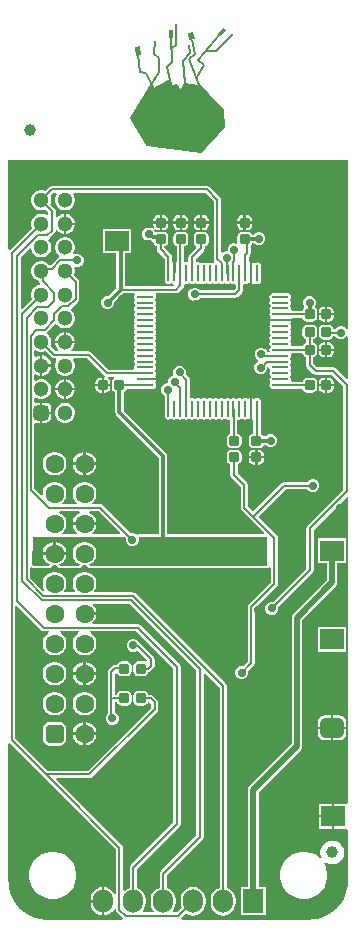
<source format=gtl>
G04*
G04 #@! TF.GenerationSoftware,Altium Limited,Altium Designer,23.3.1 (30)*
G04*
G04 Layer_Physical_Order=1*
G04 Layer_Color=255*
%FSLAX44Y44*%
%MOMM*%
G71*
G04*
G04 #@! TF.SameCoordinates,ECDC02AA-1032-42BF-8C78-3195C1E34F5D*
G04*
G04*
G04 #@! TF.FilePolarity,Positive*
G04*
G01*
G75*
%ADD12C,0.2000*%
%ADD13C,0.1656*%
G04:AMPARAMS|DCode=14|XSize=0.85mm|YSize=0.85mm|CornerRadius=0.2125mm|HoleSize=0mm|Usage=FLASHONLY|Rotation=90.000|XOffset=0mm|YOffset=0mm|HoleType=Round|Shape=RoundedRectangle|*
%AMROUNDEDRECTD14*
21,1,0.8500,0.4250,0,0,90.0*
21,1,0.4250,0.8500,0,0,90.0*
1,1,0.4250,0.2125,0.2125*
1,1,0.4250,0.2125,-0.2125*
1,1,0.4250,-0.2125,-0.2125*
1,1,0.4250,-0.2125,0.2125*
%
%ADD14ROUNDEDRECTD14*%
G04:AMPARAMS|DCode=15|XSize=0.85mm|YSize=0.85mm|CornerRadius=0.2125mm|HoleSize=0mm|Usage=FLASHONLY|Rotation=0.000|XOffset=0mm|YOffset=0mm|HoleType=Round|Shape=RoundedRectangle|*
%AMROUNDEDRECTD15*
21,1,0.8500,0.4250,0,0,0.0*
21,1,0.4250,0.8500,0,0,0.0*
1,1,0.4250,0.2125,-0.2125*
1,1,0.4250,-0.2125,-0.2125*
1,1,0.4250,-0.2125,0.2125*
1,1,0.4250,0.2125,0.2125*
%
%ADD15ROUNDEDRECTD15*%
%ADD16O,1.4500X0.2500*%
%ADD17O,0.2500X1.4500*%
%ADD32C,1.0000*%
%ADD33C,0.3000*%
%ADD34C,0.5000*%
%ADD35R,2.0000X1.7000*%
%ADD36C,1.6000*%
G04:AMPARAMS|DCode=37|XSize=1.6mm|YSize=1.6mm|CornerRadius=0.4mm|HoleSize=0mm|Usage=FLASHONLY|Rotation=90.000|XOffset=0mm|YOffset=0mm|HoleType=Round|Shape=RoundedRectangle|*
%AMROUNDEDRECTD37*
21,1,1.6000,0.8000,0,0,90.0*
21,1,0.8000,1.6000,0,0,90.0*
1,1,0.8000,0.4000,0.4000*
1,1,0.8000,0.4000,-0.4000*
1,1,0.8000,-0.4000,-0.4000*
1,1,0.8000,-0.4000,0.4000*
%
%ADD37ROUNDEDRECTD37*%
%ADD38C,1.3000*%
G04:AMPARAMS|DCode=39|XSize=1.3mm|YSize=1.3mm|CornerRadius=0.325mm|HoleSize=0mm|Usage=FLASHONLY|Rotation=90.000|XOffset=0mm|YOffset=0mm|HoleType=Round|Shape=RoundedRectangle|*
%AMROUNDEDRECTD39*
21,1,1.3000,0.6500,0,0,90.0*
21,1,0.6500,1.3000,0,0,90.0*
1,1,0.6500,0.3250,0.3250*
1,1,0.6500,0.3250,-0.3250*
1,1,0.6500,-0.3250,-0.3250*
1,1,0.6500,-0.3250,0.3250*
%
%ADD39ROUNDEDRECTD39*%
%ADD40O,1.7000X2.0000*%
%ADD41R,1.7000X2.0000*%
G04:AMPARAMS|DCode=42|XSize=1.7mm|YSize=2mm|CornerRadius=0.425mm|HoleSize=0mm|Usage=FLASHONLY|Rotation=90.000|XOffset=0mm|YOffset=0mm|HoleType=Round|Shape=RoundedRectangle|*
%AMROUNDEDRECTD42*
21,1,1.7000,1.1500,0,0,90.0*
21,1,0.8500,2.0000,0,0,90.0*
1,1,0.8500,0.5750,0.4250*
1,1,0.8500,0.5750,-0.4250*
1,1,0.8500,-0.5750,-0.4250*
1,1,0.8500,-0.5750,0.4250*
%
%ADD42ROUNDEDRECTD42*%
%ADD43C,0.7000*%
G36*
X193881Y755435D02*
X190141Y751056D01*
X187601Y753226D01*
X191341Y757604D01*
X193881Y755435D01*
D02*
G37*
G36*
X149674Y748967D02*
X146008Y748708D01*
X145534Y755403D01*
X149200Y755662D01*
X149674Y748967D01*
D02*
G37*
G36*
X167557Y747863D02*
X163271Y746887D01*
X161889Y752954D01*
X166175Y753930D01*
X167557Y747863D01*
D02*
G37*
G36*
X122074Y734522D02*
X117854Y733928D01*
X116825Y741241D01*
X121045Y741835D01*
X122074Y734522D01*
D02*
G37*
G36*
X148816Y707338D02*
X151471Y709359D01*
X155686Y704452D01*
X159670Y711264D01*
X171303Y708926D01*
X191655Y688315D01*
X192521Y673246D01*
X173371Y652554D01*
X127569Y658091D01*
X113799Y681214D01*
X131221Y710055D01*
X133227Y706126D01*
X146391Y713747D01*
X148816Y707338D01*
D02*
G37*
G36*
X183941Y610733D02*
Y561565D01*
X183941Y561565D01*
X184174Y560395D01*
X184351Y560130D01*
X184238Y558883D01*
X183903Y558592D01*
X183157Y558093D01*
X182843D01*
X181768Y558811D01*
X180500Y559064D01*
X179232Y558811D01*
X178157Y558093D01*
X177843D01*
X176768Y558811D01*
X175500Y559064D01*
X174232Y558811D01*
X173157Y558093D01*
X172843D01*
X171768Y558811D01*
X170500Y559064D01*
X169829Y558930D01*
X168559Y559773D01*
Y562233D01*
X175288Y568962D01*
X175951Y569954D01*
X176184Y571125D01*
Y572524D01*
X176859Y572659D01*
X178224Y573570D01*
X179136Y574935D01*
X179456Y576544D01*
Y580794D01*
X179136Y582404D01*
X178224Y583768D01*
X176859Y584680D01*
X175250Y585000D01*
X171000D01*
X169391Y584680D01*
X168026Y583768D01*
X167114Y582404D01*
X166794Y580794D01*
Y576544D01*
X167114Y574935D01*
X168026Y573570D01*
X168879Y573000D01*
X169154Y571628D01*
X169109Y571435D01*
X163337Y565663D01*
X162674Y564670D01*
X162441Y563500D01*
X162441Y563500D01*
Y559773D01*
X161171Y558930D01*
X160500Y559064D01*
X159829Y558930D01*
X158559Y559773D01*
Y572425D01*
X159734Y572659D01*
X161099Y573570D01*
X162011Y574935D01*
X162331Y576544D01*
Y580794D01*
X162011Y582404D01*
X161099Y583768D01*
X159734Y584680D01*
X158125Y585000D01*
X153875D01*
X152266Y584680D01*
X150901Y583768D01*
X149989Y582404D01*
X149669Y580794D01*
Y576544D01*
X149989Y574935D01*
X150901Y573570D01*
X152266Y572659D01*
X152441Y572623D01*
Y565493D01*
Y559773D01*
X151500Y559148D01*
Y549750D01*
X149500D01*
Y559148D01*
X148559Y559773D01*
Y563500D01*
X148326Y564670D01*
X147663Y565663D01*
X147663Y565663D01*
X142059Y571267D01*
Y572524D01*
X142734Y572659D01*
X144099Y573570D01*
X145011Y574935D01*
X145331Y576544D01*
Y580794D01*
X145011Y582404D01*
X144099Y583768D01*
X142734Y584680D01*
X141125Y585000D01*
X136875D01*
X135266Y584680D01*
X134112Y585030D01*
X133663Y586115D01*
X133402Y586376D01*
X134211Y587363D01*
X134606Y587099D01*
X135266Y586659D01*
X136875Y586338D01*
X138000D01*
Y591669D01*
X132669D01*
Y590544D01*
X132989Y588935D01*
X133430Y588276D01*
X133694Y587881D01*
X132707Y587071D01*
X132115Y587663D01*
X130094Y588500D01*
X127906D01*
X125885Y587663D01*
X124337Y586115D01*
X123500Y584094D01*
Y581906D01*
X124337Y579884D01*
X125885Y578337D01*
X127906Y577500D01*
X130094D01*
X130209Y577548D01*
X130234Y577522D01*
X131392Y576749D01*
X132679Y576493D01*
X132989Y574935D01*
X133901Y573570D01*
X135266Y572659D01*
X135941Y572524D01*
Y570000D01*
X135941Y570000D01*
X136174Y568829D01*
X136837Y567837D01*
X142441Y562233D01*
Y557022D01*
X142439Y557018D01*
X142186Y555750D01*
Y543750D01*
X142439Y542482D01*
X143157Y541407D01*
X144232Y540689D01*
X145500Y540436D01*
X146768Y540689D01*
X147843Y541407D01*
X148157D01*
X149232Y540689D01*
X149847Y539702D01*
X149862Y539268D01*
X149611Y539059D01*
X108569D01*
Y566500D01*
X114000D01*
Y587500D01*
X90000D01*
Y566500D01*
X101431D01*
Y537478D01*
X94453Y530500D01*
X92906D01*
X90885Y529663D01*
X89337Y528116D01*
X88500Y526094D01*
Y523906D01*
X89337Y521884D01*
X90885Y520337D01*
X92906Y519500D01*
X95094D01*
X97115Y520337D01*
X98663Y521884D01*
X99500Y523906D01*
Y525453D01*
X106988Y532941D01*
X116279D01*
X116958Y531671D01*
X116689Y531268D01*
X116436Y530000D01*
X116689Y528732D01*
X117407Y527657D01*
Y527343D01*
X116689Y526268D01*
X116436Y525000D01*
X116689Y523732D01*
X116846Y523496D01*
X117331Y522500D01*
X116846Y521504D01*
X116689Y521268D01*
X116436Y520000D01*
X116689Y518732D01*
X117407Y517657D01*
Y517343D01*
X116689Y516268D01*
X116436Y515000D01*
X116689Y513732D01*
X116846Y513496D01*
X117331Y512500D01*
X116846Y511504D01*
X116689Y511268D01*
X116436Y510000D01*
X116689Y508732D01*
X117407Y507657D01*
Y507343D01*
X116689Y506268D01*
X116436Y505000D01*
X116689Y503732D01*
X117407Y502657D01*
Y502343D01*
X116689Y501268D01*
X116436Y500000D01*
X116689Y498732D01*
X116846Y498496D01*
X117331Y497500D01*
X116846Y496504D01*
X116689Y496268D01*
X116436Y495000D01*
X116689Y493732D01*
X117407Y492657D01*
Y492343D01*
X116689Y491268D01*
X116436Y490000D01*
X116689Y488732D01*
X116846Y488496D01*
X117331Y487500D01*
X116846Y486504D01*
X116689Y486268D01*
X116436Y485000D01*
X116689Y483732D01*
X117407Y482657D01*
Y482343D01*
X116689Y481268D01*
X116436Y480000D01*
X116689Y478732D01*
X117407Y477657D01*
Y477343D01*
X116689Y476268D01*
X116436Y475000D01*
X116689Y473732D01*
X116846Y473496D01*
X117331Y472500D01*
X116846Y471504D01*
X116689Y471268D01*
X116436Y470000D01*
X116570Y469329D01*
X115727Y468059D01*
X94740D01*
X79986Y482813D01*
X78993Y483476D01*
X77823Y483709D01*
X77823Y483709D01*
X63585D01*
X63230Y484423D01*
X63150Y484979D01*
X64602Y486431D01*
X65721Y488369D01*
X66300Y490531D01*
Y490650D01*
X57800D01*
X49300D01*
Y490531D01*
X49879Y488369D01*
X50998Y486431D01*
X52450Y484979D01*
X52370Y484423D01*
X52015Y483709D01*
X50067D01*
X45606Y488170D01*
X45721Y488369D01*
X46300Y490531D01*
Y492769D01*
X45721Y494931D01*
X44602Y496869D01*
X43113Y498358D01*
X43021Y498582D01*
X43041Y499828D01*
X43084Y499881D01*
X49793Y506590D01*
X49807Y506588D01*
X51214Y506215D01*
X52581Y504848D01*
X54519Y503729D01*
X56681Y503150D01*
X58919D01*
X61081Y503729D01*
X63019Y504848D01*
X64602Y506431D01*
X65721Y508369D01*
X66300Y510531D01*
Y512769D01*
X65721Y514931D01*
X64602Y516869D01*
X63183Y518288D01*
X63029Y518663D01*
X63084Y519881D01*
X68963Y525759D01*
X69626Y526752D01*
X69859Y527922D01*
X69859Y527922D01*
Y542650D01*
X69859Y542650D01*
X69626Y543820D01*
X68963Y544813D01*
X68963Y544813D01*
X65606Y548170D01*
X65721Y548369D01*
X66300Y550531D01*
Y552769D01*
X65902Y554253D01*
X66967Y555187D01*
X67056Y555150D01*
X69244D01*
X71266Y555987D01*
X72813Y557534D01*
X73650Y559556D01*
Y561744D01*
X72813Y563765D01*
X71266Y565313D01*
X69244Y566150D01*
X67056D01*
X65854Y565652D01*
X64710Y566403D01*
X64660Y566532D01*
X65721Y568369D01*
X66300Y570531D01*
Y572769D01*
X65721Y574931D01*
X64602Y576869D01*
X63019Y578452D01*
X61081Y579571D01*
X58919Y580150D01*
X56681D01*
X54519Y579571D01*
X52581Y578452D01*
X50998Y576869D01*
X49879Y574931D01*
X49300Y572769D01*
Y570531D01*
X49879Y568369D01*
X50998Y566431D01*
X52581Y564848D01*
X52763Y564743D01*
X52820Y564225D01*
X52677Y563326D01*
X51909Y562813D01*
X51909Y562813D01*
X45910Y556814D01*
X44634D01*
X44602Y556869D01*
X43019Y558452D01*
X41081Y559571D01*
X38919Y560150D01*
X36681D01*
X34519Y559571D01*
X32581Y558452D01*
X30998Y556869D01*
X29879Y554931D01*
X29300Y552769D01*
Y550531D01*
X29879Y548369D01*
X30998Y546431D01*
X32581Y544848D01*
X34519Y543729D01*
X35798Y543387D01*
Y543322D01*
X35798Y543322D01*
X36030Y542151D01*
X36554Y541367D01*
X36559Y541317D01*
X36388Y540584D01*
X36070Y539986D01*
X34519Y539571D01*
X32581Y538452D01*
X30998Y536869D01*
X29879Y534931D01*
X29300Y532769D01*
Y530531D01*
X29879Y528369D01*
X29994Y528170D01*
X21732Y519908D01*
X20559Y520394D01*
Y563483D01*
X28127Y571051D01*
X28727Y570802D01*
X29322Y570450D01*
X29879Y568369D01*
X30998Y566431D01*
X32581Y564848D01*
X34519Y563729D01*
X36681Y563150D01*
X38919D01*
X41081Y563729D01*
X43019Y564848D01*
X44602Y566431D01*
X45721Y568369D01*
X46300Y570531D01*
Y572769D01*
X45721Y574931D01*
X44602Y576869D01*
X43771Y577700D01*
X44024Y578941D01*
X44149Y579118D01*
X45038Y579712D01*
X48963Y583637D01*
X49626Y584630D01*
X49859Y585800D01*
Y585865D01*
X50574Y586220D01*
X51129Y586300D01*
X52581Y584848D01*
X54519Y583729D01*
X56681Y583150D01*
X56800D01*
Y591650D01*
Y600150D01*
X56681D01*
X54519Y599571D01*
X52581Y598452D01*
X51129Y597000D01*
X50574Y597080D01*
X49859Y597435D01*
Y602650D01*
X49859Y602650D01*
X49626Y603820D01*
X48963Y604813D01*
X48963Y604813D01*
X45606Y608170D01*
X45721Y608369D01*
X46300Y610531D01*
Y612769D01*
X45721Y614931D01*
X45606Y615130D01*
X48417Y617941D01*
X50468D01*
X50884Y616671D01*
X49879Y614931D01*
X49300Y612769D01*
Y610531D01*
X49879Y608369D01*
X50998Y606431D01*
X52581Y604848D01*
X54519Y603729D01*
X56681Y603150D01*
X58919D01*
X61081Y603729D01*
X63019Y604848D01*
X64602Y606431D01*
X65721Y608369D01*
X66300Y610531D01*
Y612769D01*
X65721Y614931D01*
X64716Y616671D01*
X65132Y617941D01*
X176733D01*
X183941Y610733D01*
D02*
G37*
G36*
X297451Y502824D02*
X296181Y502571D01*
X296163Y502616D01*
X294615Y504163D01*
X292594Y505000D01*
X290406D01*
X288384Y504163D01*
X286837Y502616D01*
X286814Y502559D01*
X285245D01*
X285011Y503735D01*
X284099Y505099D01*
X282735Y506011D01*
X281125Y506331D01*
X276875D01*
X275266Y506011D01*
X273901Y505099D01*
X272989Y503735D01*
X272669Y502125D01*
Y497875D01*
X272989Y496265D01*
X273901Y494901D01*
X275266Y493989D01*
X276875Y493669D01*
X281125D01*
X282735Y493989D01*
X284099Y494901D01*
X285011Y496265D01*
X285046Y496441D01*
X286814D01*
X286837Y496385D01*
X288384Y494837D01*
X290406Y494000D01*
X292594D01*
X294615Y494837D01*
X296163Y496385D01*
X296181Y496429D01*
X297451Y496176D01*
Y460534D01*
X296278Y460048D01*
X287163Y469163D01*
X286171Y469826D01*
X285000Y470059D01*
X285000Y470059D01*
X271267D01*
X268059Y473267D01*
Y478855D01*
X268734Y478989D01*
X270099Y479901D01*
X271011Y481265D01*
X271331Y482875D01*
Y487125D01*
X271011Y488735D01*
X270099Y490099D01*
X268734Y491011D01*
X268059Y491145D01*
Y493855D01*
X268734Y493989D01*
X270099Y494901D01*
X271011Y496265D01*
X271331Y497875D01*
Y502125D01*
X271011Y503735D01*
X270099Y505099D01*
X268734Y506011D01*
X267125Y506331D01*
X262875D01*
X261266Y506011D01*
X259901Y505099D01*
X258989Y503735D01*
X258669Y502125D01*
Y497875D01*
X258989Y496265D01*
X259901Y494901D01*
X261266Y493989D01*
X261941Y493855D01*
Y491145D01*
X261266Y491011D01*
X259901Y490099D01*
X258989Y488735D01*
X258855Y488059D01*
X250273D01*
X249430Y489329D01*
X249564Y490000D01*
X249311Y491268D01*
X249154Y491504D01*
X248669Y492500D01*
X249154Y493496D01*
X249311Y493732D01*
X249564Y495000D01*
X249311Y496268D01*
X248593Y497343D01*
Y497657D01*
X249311Y498732D01*
X249564Y500000D01*
X249311Y501268D01*
X249154Y501504D01*
X248669Y502500D01*
X249154Y503496D01*
X249311Y503732D01*
X249564Y505000D01*
X249311Y506268D01*
X249154Y506504D01*
X248669Y507500D01*
X249154Y508496D01*
X249311Y508732D01*
X249365Y509000D01*
X240250D01*
X231135D01*
X231189Y508732D01*
X231346Y508496D01*
X231831Y507500D01*
X231346Y506504D01*
X231189Y506268D01*
X230936Y505000D01*
X231189Y503732D01*
X231346Y503496D01*
X231831Y502500D01*
X231346Y501504D01*
X231189Y501268D01*
X230936Y500000D01*
X231189Y498732D01*
X231907Y497657D01*
Y497343D01*
X231189Y496268D01*
X230936Y495000D01*
X231189Y493732D01*
X231346Y493496D01*
X231831Y492500D01*
X231346Y491504D01*
X231189Y491268D01*
X230936Y490000D01*
X231189Y488732D01*
X231907Y487657D01*
Y487343D01*
X231189Y486268D01*
X230936Y485000D01*
X231070Y484329D01*
X230298Y483165D01*
X229061Y483211D01*
X228547Y484453D01*
X227000Y486000D01*
X224979Y486837D01*
X222791D01*
X220769Y486000D01*
X219222Y484453D01*
X218384Y482431D01*
Y480243D01*
X219222Y478222D01*
X220769Y476675D01*
X221688Y476294D01*
Y474920D01*
X220675Y474500D01*
X219128Y472953D01*
X218291Y470931D01*
Y468743D01*
X219128Y466722D01*
X220675Y465175D01*
X222696Y464337D01*
X224884D01*
X226906Y465175D01*
X228453Y466722D01*
X229291Y468743D01*
Y469977D01*
X229693Y470259D01*
X230082Y470178D01*
X231010Y469632D01*
X231189Y468732D01*
X231346Y468496D01*
X231831Y467500D01*
X231346Y466504D01*
X231189Y466268D01*
X230936Y465000D01*
X231189Y463732D01*
X231907Y462657D01*
Y462343D01*
X231189Y461268D01*
X230936Y460000D01*
X231189Y458732D01*
X231346Y458496D01*
X231831Y457500D01*
X231346Y456504D01*
X231189Y456268D01*
X230936Y455000D01*
X231189Y453732D01*
X231907Y452657D01*
X232982Y451939D01*
X234250Y451686D01*
X246250D01*
X247518Y451939D01*
X247522Y451941D01*
X258855D01*
X258989Y451265D01*
X259901Y449901D01*
X261266Y448989D01*
X262875Y448669D01*
X267125D01*
X268734Y448989D01*
X270099Y449901D01*
X271011Y451265D01*
X271331Y452875D01*
Y457125D01*
X271011Y458735D01*
X270099Y460099D01*
X268734Y461011D01*
X267125Y461331D01*
X262875D01*
X261266Y461011D01*
X259901Y460099D01*
X258989Y458735D01*
X258855Y458059D01*
X250273D01*
X249430Y459329D01*
X249564Y460000D01*
X249311Y461268D01*
X248593Y462343D01*
Y462657D01*
X249311Y463732D01*
X249564Y465000D01*
X249311Y466268D01*
X249154Y466504D01*
X248669Y467500D01*
X249154Y468496D01*
X249311Y468732D01*
X249564Y470000D01*
X249311Y471268D01*
X248593Y472343D01*
Y472657D01*
X249311Y473732D01*
X249564Y475000D01*
X249311Y476268D01*
X249154Y476504D01*
X248669Y477500D01*
X249154Y478496D01*
X249311Y478732D01*
X249564Y480000D01*
X249430Y480671D01*
X250273Y481941D01*
X258855D01*
X258989Y481265D01*
X259901Y479901D01*
X261266Y478989D01*
X261941Y478855D01*
Y472000D01*
X261941Y472000D01*
X262174Y470830D01*
X262837Y469837D01*
X267837Y464837D01*
X268829Y464174D01*
X270000Y463941D01*
X270000Y463941D01*
X283733D01*
X293441Y454233D01*
Y366252D01*
X263065Y335877D01*
X262402Y334884D01*
X262169Y333714D01*
X262170Y333713D01*
Y299495D01*
X234151Y271476D01*
X234094Y271500D01*
X231906D01*
X229884Y270663D01*
X228337Y269116D01*
X227500Y267094D01*
Y264906D01*
X228337Y262885D01*
X229884Y261337D01*
X231906Y260500D01*
X234094D01*
X236115Y261337D01*
X237663Y262885D01*
X238500Y264906D01*
Y267094D01*
X238477Y267151D01*
X267391Y296065D01*
X267391Y296065D01*
X268054Y297058D01*
X268287Y298228D01*
Y332447D01*
X296278Y360437D01*
X297451Y359951D01*
Y101583D01*
X296181Y100500D01*
X286000D01*
Y90000D01*
Y79500D01*
X296181D01*
X297000Y79500D01*
X297451Y78417D01*
Y35000D01*
X297451Y35000D01*
Y34720D01*
X297090Y30128D01*
X297049Y29818D01*
X295884Y24965D01*
X293934Y20257D01*
X291326Y16001D01*
X291136Y15755D01*
X288144Y12251D01*
X287749Y11856D01*
X284245Y8863D01*
X283999Y8675D01*
X279743Y6066D01*
X275035Y4116D01*
X270180Y2951D01*
X269874Y2910D01*
X266258Y2626D01*
X265000Y2549D01*
X265000Y2549D01*
X263764Y2549D01*
X156921D01*
X156395Y3819D01*
X160447Y7871D01*
X161155Y7328D01*
X163709Y6270D01*
X166450Y5909D01*
X169191Y6270D01*
X171745Y7328D01*
X173939Y9011D01*
X175622Y11205D01*
X176680Y13759D01*
X177041Y16500D01*
Y19500D01*
X176680Y22241D01*
X175622Y24795D01*
X173939Y26989D01*
X171745Y28672D01*
X169191Y29730D01*
X166450Y30091D01*
X163709Y29730D01*
X161155Y28672D01*
X158961Y26989D01*
X157278Y24795D01*
X156220Y22241D01*
X155859Y19500D01*
Y16500D01*
X156220Y13759D01*
X156649Y12724D01*
X152483Y8559D01*
X149792D01*
X149166Y9829D01*
X150222Y11205D01*
X151280Y13759D01*
X151641Y16500D01*
Y19500D01*
X151280Y22241D01*
X150222Y24795D01*
X148539Y26989D01*
X146345Y28672D01*
X144109Y29598D01*
Y40033D01*
X174413Y70337D01*
X174413Y70337D01*
X175076Y71329D01*
X175309Y72500D01*
X175309Y72500D01*
Y210656D01*
X176482Y211142D01*
X188791Y198833D01*
Y29598D01*
X186555Y28672D01*
X184361Y26989D01*
X182678Y24795D01*
X181620Y22241D01*
X181259Y19500D01*
Y16500D01*
X181620Y13759D01*
X182678Y11205D01*
X184361Y9011D01*
X186555Y7328D01*
X189109Y6270D01*
X191850Y5909D01*
X194591Y6270D01*
X197145Y7328D01*
X199339Y9011D01*
X201022Y11205D01*
X202080Y13759D01*
X202441Y16500D01*
Y19500D01*
X202080Y22241D01*
X201022Y24795D01*
X199339Y26989D01*
X197145Y28672D01*
X194909Y29598D01*
Y200100D01*
X194676Y201270D01*
X194013Y202263D01*
X117613Y278663D01*
X116620Y279326D01*
X115450Y279559D01*
X115450Y279559D01*
X82760D01*
X82274Y280732D01*
X82402Y280860D01*
X83719Y283140D01*
X84400Y285683D01*
Y288316D01*
X83719Y290860D01*
X82402Y293140D01*
X80540Y295002D01*
X78260Y296318D01*
X75717Y297000D01*
X73084D01*
X70540Y296318D01*
X68260Y295002D01*
X66398Y293140D01*
X65082Y290860D01*
X64400Y288316D01*
Y285683D01*
X65082Y283140D01*
X66398Y280860D01*
X66526Y280732D01*
X66040Y279559D01*
X57360D01*
X56874Y280732D01*
X57002Y280860D01*
X58319Y283140D01*
X59000Y285683D01*
Y288316D01*
X58319Y290860D01*
X57002Y293140D01*
X55140Y295002D01*
X52860Y296318D01*
X50317Y297000D01*
X47684D01*
X45140Y296318D01*
X42860Y295002D01*
X40998Y293140D01*
X39681Y290860D01*
X39000Y288316D01*
Y285683D01*
X39681Y283140D01*
X40637Y281484D01*
X39621Y280704D01*
X28359Y291967D01*
Y300193D01*
X29629Y300717D01*
X29781Y300563D01*
X29784Y300561D01*
X29786Y300558D01*
X30115Y300338D01*
X30441Y300119D01*
X30445Y300118D01*
X30448Y300116D01*
X30834Y300039D01*
X31221Y299961D01*
X31225Y299961D01*
X31228Y299961D01*
X44473D01*
X44605Y299987D01*
X44739Y299978D01*
X44992Y300064D01*
X45254Y300116D01*
X45366Y300191D01*
X45493Y300234D01*
X45693Y300410D01*
X45915Y300558D01*
X45990Y300670D01*
X46091Y300759D01*
X46209Y300998D01*
X46357Y301220D01*
X46384Y301352D01*
X46443Y301472D01*
X46526Y301780D01*
X47625Y302416D01*
X47684Y302400D01*
X50317D01*
X50374Y302416D01*
X51474Y301780D01*
X51557Y301472D01*
X51617Y301352D01*
X51643Y301220D01*
X51791Y300998D01*
X51909Y300759D01*
X52010Y300670D01*
X52085Y300558D01*
X52307Y300410D01*
X52507Y300234D01*
X52634Y300191D01*
X52746Y300116D01*
X53008Y300064D01*
X53260Y299978D01*
X53395Y299987D01*
X53527Y299961D01*
X69873D01*
X70005Y299987D01*
X70139Y299978D01*
X70392Y300064D01*
X70654Y300116D01*
X70766Y300191D01*
X70893Y300234D01*
X71094Y300410D01*
X71315Y300558D01*
X71390Y300670D01*
X71491Y300759D01*
X71609Y300998D01*
X71757Y301220D01*
X71783Y301352D01*
X71843Y301472D01*
X71926Y301780D01*
X73025Y302416D01*
X73084Y302400D01*
X75717D01*
X75774Y302416D01*
X76874Y301780D01*
X76957Y301472D01*
X77017Y301352D01*
X77043Y301220D01*
X77191Y300998D01*
X77309Y300759D01*
X77410Y300670D01*
X77485Y300558D01*
X77707Y300410D01*
X77907Y300234D01*
X78034Y300191D01*
X78146Y300116D01*
X78408Y300064D01*
X78660Y299978D01*
X78795Y299987D01*
X78927Y299961D01*
X229000D01*
X229780Y300116D01*
X230442Y300558D01*
X230671Y300901D01*
X231941Y300521D01*
Y288252D01*
X213337Y269648D01*
X212674Y268656D01*
X212441Y267485D01*
X212441Y267485D01*
Y220767D01*
X208651Y216977D01*
X208594Y217000D01*
X206406D01*
X204384Y216163D01*
X202837Y214615D01*
X202000Y212594D01*
Y210406D01*
X202837Y208384D01*
X204384Y206837D01*
X206406Y206000D01*
X208594D01*
X210616Y206837D01*
X212163Y208384D01*
X213000Y210406D01*
Y212594D01*
X212976Y212651D01*
X217663Y217337D01*
X218326Y218330D01*
X218559Y219500D01*
Y266218D01*
X237163Y284822D01*
X237163Y284822D01*
X237826Y285815D01*
X238059Y286985D01*
X238059Y286985D01*
Y326000D01*
X237826Y327170D01*
X237163Y328163D01*
X237163Y328163D01*
X221589Y343737D01*
X244745Y366894D01*
X263026D01*
X263049Y366837D01*
X264597Y365290D01*
X266618Y364453D01*
X268806D01*
X270828Y365290D01*
X272375Y366837D01*
X273212Y368858D01*
Y371046D01*
X272375Y373068D01*
X270828Y374615D01*
X268806Y375452D01*
X266618D01*
X264597Y374615D01*
X263049Y373068D01*
X263026Y373011D01*
X243478D01*
X242308Y372778D01*
X241315Y372115D01*
X241315Y372115D01*
X217263Y348063D01*
X212864Y352462D01*
Y370195D01*
X212864Y370195D01*
X212631Y371366D01*
X211968Y372358D01*
X204059Y380267D01*
Y387855D01*
X204734Y387989D01*
X206099Y388901D01*
X207011Y390266D01*
X207331Y391875D01*
Y396125D01*
X207011Y397734D01*
X206099Y399099D01*
X204734Y400011D01*
X203125Y400331D01*
X198875D01*
X197265Y400011D01*
X195901Y399099D01*
X194989Y397734D01*
X194669Y396125D01*
Y391875D01*
X194989Y390266D01*
X195901Y388901D01*
X197265Y387989D01*
X197941Y387855D01*
Y379000D01*
X197941Y379000D01*
X198174Y377830D01*
X198837Y376837D01*
X206746Y368928D01*
Y351195D01*
X206746Y351195D01*
X206979Y350024D01*
X207642Y349032D01*
X215100Y341574D01*
X215100Y341574D01*
X226712Y329963D01*
X226226Y328789D01*
X144569D01*
Y395000D01*
X144297Y396366D01*
X143523Y397523D01*
X107569Y433478D01*
Y442000D01*
X107569Y442000D01*
Y448956D01*
X107734Y448989D01*
X109099Y449901D01*
X110011Y451265D01*
X110145Y451941D01*
X118478D01*
X118482Y451939D01*
X119750Y451686D01*
X131750D01*
X133018Y451939D01*
X134093Y452657D01*
X134811Y453732D01*
X135064Y455000D01*
X134811Y456268D01*
X134654Y456504D01*
X134169Y457500D01*
X134654Y458496D01*
X134811Y458732D01*
X134865Y459000D01*
X125750D01*
Y461000D01*
X134865D01*
X134811Y461268D01*
X134654Y461504D01*
X134169Y462500D01*
X134654Y463496D01*
X134811Y463732D01*
X135064Y465000D01*
X134811Y466268D01*
X134093Y467343D01*
Y467657D01*
X134811Y468732D01*
X135064Y470000D01*
X134811Y471268D01*
X134654Y471504D01*
X134169Y472500D01*
X134654Y473496D01*
X134811Y473732D01*
X135064Y475000D01*
X134811Y476268D01*
X134093Y477343D01*
Y477657D01*
X134811Y478732D01*
X135064Y480000D01*
X134811Y481268D01*
X134093Y482343D01*
Y482657D01*
X134811Y483732D01*
X135064Y485000D01*
X134811Y486268D01*
X134654Y486504D01*
X134169Y487500D01*
X134654Y488496D01*
X134811Y488732D01*
X135064Y490000D01*
X134811Y491268D01*
X134093Y492343D01*
Y492657D01*
X134811Y493732D01*
X135064Y495000D01*
X134811Y496268D01*
X134654Y496504D01*
X134169Y497500D01*
X134654Y498496D01*
X134811Y498732D01*
X135064Y500000D01*
X134811Y501268D01*
X134093Y502343D01*
Y502657D01*
X134811Y503732D01*
X135064Y505000D01*
X134811Y506268D01*
X134093Y507343D01*
Y507657D01*
X134811Y508732D01*
X135064Y510000D01*
X134811Y511268D01*
X134654Y511504D01*
X134169Y512500D01*
X134654Y513496D01*
X134811Y513732D01*
X135064Y515000D01*
X134811Y516268D01*
X134093Y517343D01*
Y517657D01*
X134811Y518732D01*
X135064Y520000D01*
X134811Y521268D01*
X134654Y521504D01*
X134169Y522500D01*
X134654Y523496D01*
X134811Y523732D01*
X135064Y525000D01*
X134811Y526268D01*
X134093Y527343D01*
Y527657D01*
X134811Y528732D01*
X135064Y530000D01*
X134811Y531268D01*
X134542Y531671D01*
X135221Y532941D01*
X152000D01*
X152000Y532941D01*
X153170Y533174D01*
X154163Y533837D01*
X157663Y537337D01*
X157663Y537337D01*
X158326Y538330D01*
X158559Y539500D01*
X158559Y539500D01*
Y539727D01*
X159829Y540570D01*
X160500Y540436D01*
X161768Y540689D01*
X162843Y541407D01*
X163157D01*
X164232Y540689D01*
X165500Y540436D01*
X166768Y540689D01*
X167843Y541407D01*
X168157D01*
X169232Y540689D01*
X170500Y540436D01*
X171768Y540689D01*
X172843Y541407D01*
X173157D01*
X174232Y540689D01*
X175500Y540436D01*
X176768Y540689D01*
X177843Y541407D01*
X178157D01*
X179232Y540689D01*
X180500Y540436D01*
X181768Y540689D01*
X182843Y541407D01*
X183157D01*
X184232Y540689D01*
X185500Y540436D01*
X186768Y540689D01*
X187843Y541407D01*
X188157D01*
X189232Y540689D01*
X190500Y540436D01*
X191768Y540689D01*
X192843Y541407D01*
X193157D01*
X194232Y540689D01*
X195500Y540436D01*
X196768Y540689D01*
X197843Y541407D01*
X198157D01*
X199232Y540689D01*
X200500Y540436D01*
X201171Y540570D01*
X202441Y539727D01*
Y536767D01*
X200907Y535233D01*
X172516D01*
X172492Y535290D01*
X170945Y536837D01*
X168923Y537674D01*
X166735D01*
X164714Y536837D01*
X163167Y535290D01*
X162330Y533268D01*
Y531080D01*
X163167Y529059D01*
X164714Y527511D01*
X166735Y526674D01*
X168923D01*
X170945Y527511D01*
X172492Y529059D01*
X172516Y529115D01*
X202174D01*
X202174Y529115D01*
X203345Y529348D01*
X204337Y530011D01*
X207663Y533337D01*
X208326Y534329D01*
X208559Y535500D01*
X208559Y535500D01*
Y539727D01*
X209829Y540570D01*
X210500Y540436D01*
X211768Y540689D01*
X212843Y541407D01*
X213157D01*
X214232Y540689D01*
X214500Y540635D01*
Y549750D01*
Y559148D01*
X213559Y559773D01*
Y563726D01*
X214163Y564330D01*
X214163Y564330D01*
X214826Y565322D01*
X215059Y566493D01*
X215059Y566493D01*
Y573543D01*
X215099Y573570D01*
X216011Y574935D01*
X216077Y575266D01*
X217956D01*
X218885Y574337D01*
X220906Y573500D01*
X223094D01*
X225116Y574337D01*
X226663Y575885D01*
X227500Y577906D01*
Y580094D01*
X226663Y582116D01*
X225116Y583663D01*
X223094Y584500D01*
X220906D01*
X218885Y583663D01*
X217625Y582403D01*
X216011D01*
X216011Y582404D01*
X215099Y583768D01*
X213734Y584680D01*
X212125Y585000D01*
X207875D01*
X206266Y584680D01*
X204901Y583768D01*
X203989Y582404D01*
X203669Y580794D01*
Y576544D01*
X203839Y575691D01*
X202726Y574777D01*
X202188Y575000D01*
X200000D01*
X197978Y574163D01*
X196431Y572616D01*
X195594Y570594D01*
Y568500D01*
X193906D01*
X191884Y567663D01*
X191329Y567107D01*
X190059Y567633D01*
Y612000D01*
X190059Y612000D01*
X189826Y613171D01*
X189163Y614163D01*
X189163Y614163D01*
X180163Y623163D01*
X179170Y623826D01*
X178000Y624059D01*
X178000Y624059D01*
X47150D01*
X47150Y624059D01*
X45979Y623826D01*
X44987Y623163D01*
X44987Y623163D01*
X41280Y619456D01*
X41081Y619571D01*
X38919Y620150D01*
X36681D01*
X34519Y619571D01*
X32581Y618452D01*
X30998Y616869D01*
X29879Y614931D01*
X29300Y612769D01*
Y610531D01*
X29879Y608369D01*
X30998Y606431D01*
X32581Y604848D01*
X34519Y603729D01*
X36681Y603150D01*
X38919D01*
X41081Y603729D01*
X41280Y603844D01*
X43741Y601383D01*
Y599438D01*
X42471Y598768D01*
X41081Y599571D01*
X38919Y600150D01*
X36681D01*
X34519Y599571D01*
X32581Y598452D01*
X30998Y596869D01*
X29879Y594931D01*
X29300Y592769D01*
Y590531D01*
X29879Y588369D01*
X29994Y588170D01*
X11319Y569495D01*
X10049Y570021D01*
Y645500D01*
X297451D01*
Y502824D01*
D02*
G37*
G36*
X34519Y483729D02*
X36681Y483150D01*
X38919D01*
X41081Y483729D01*
X41280Y483844D01*
X46637Y478487D01*
X47629Y477824D01*
X48800Y477591D01*
X48800Y477591D01*
X50012D01*
X50682Y476321D01*
X49879Y474931D01*
X49300Y472769D01*
Y470531D01*
X49879Y468369D01*
X50998Y466431D01*
X52581Y464848D01*
X54519Y463729D01*
X56681Y463150D01*
X58919D01*
X61081Y463729D01*
X63019Y464848D01*
X64602Y466431D01*
X65721Y468369D01*
X66300Y470531D01*
Y472769D01*
X65721Y474931D01*
X64918Y476321D01*
X65588Y477591D01*
X76556D01*
X91310Y462837D01*
X91664Y462601D01*
X91278Y461331D01*
X91000D01*
Y456000D01*
X96331D01*
Y457125D01*
X96011Y458735D01*
X95099Y460099D01*
X94242Y460671D01*
X94628Y461941D01*
X99372D01*
X99757Y460671D01*
X98901Y460099D01*
X97989Y458735D01*
X97669Y457125D01*
Y452875D01*
X97989Y451265D01*
X98901Y449901D01*
X100266Y448989D01*
X100431Y448956D01*
Y442000D01*
X100431Y442000D01*
Y432000D01*
X100703Y430634D01*
X101477Y429477D01*
X137431Y393522D01*
Y328789D01*
X120811D01*
X120614Y328750D01*
X120413D01*
X120227Y328673D01*
X120030Y328634D01*
X119863Y328522D01*
X119678Y328446D01*
X119536Y328303D01*
X119369Y328192D01*
X118176Y328602D01*
X117865Y328913D01*
X115844Y329750D01*
X113656D01*
X113599Y329726D01*
X89913Y353413D01*
X88920Y354076D01*
X87750Y354309D01*
X87750Y354309D01*
X81447D01*
X80921Y355579D01*
X82402Y357060D01*
X83719Y359340D01*
X84400Y361884D01*
Y364516D01*
X83719Y367060D01*
X82402Y369340D01*
X80540Y371202D01*
X78260Y372519D01*
X75717Y373200D01*
X73084D01*
X70540Y372519D01*
X68260Y371202D01*
X66398Y369340D01*
X65082Y367060D01*
X64400Y364516D01*
Y361884D01*
X65082Y359340D01*
X66398Y357060D01*
X67879Y355579D01*
X67353Y354309D01*
X56047D01*
X55521Y355579D01*
X57002Y357060D01*
X58319Y359340D01*
X59000Y361884D01*
Y364516D01*
X58319Y367060D01*
X57002Y369340D01*
X55140Y371202D01*
X52860Y372519D01*
X50317Y373200D01*
X47684D01*
X45140Y372519D01*
X42860Y371202D01*
X40998Y369340D01*
X39681Y367060D01*
X39000Y364516D01*
Y362422D01*
X37730Y361896D01*
X31859Y367767D01*
Y422473D01*
X33129Y423330D01*
X34550Y423047D01*
X36800D01*
Y431650D01*
Y440253D01*
X34550D01*
X33129Y439970D01*
X31859Y440827D01*
Y443862D01*
X33129Y444532D01*
X34519Y443729D01*
X36681Y443150D01*
X38919D01*
X41081Y443729D01*
X43019Y444848D01*
X44602Y446431D01*
X45721Y448369D01*
X46300Y450531D01*
Y452769D01*
X45721Y454931D01*
X44602Y456869D01*
X43019Y458452D01*
X41081Y459571D01*
X38919Y460150D01*
X36681D01*
X34519Y459571D01*
X33129Y458768D01*
X31859Y459438D01*
Y463862D01*
X33129Y464532D01*
X34519Y463729D01*
X36681Y463150D01*
X36800D01*
Y471650D01*
Y480150D01*
X36681D01*
X34519Y479571D01*
X33129Y478768D01*
X31859Y479438D01*
Y483862D01*
X33129Y484532D01*
X34519Y483729D01*
D02*
G37*
G36*
X104712Y329963D02*
X104226Y328789D01*
X81171D01*
X80801Y330059D01*
X82402Y331660D01*
X83719Y333940D01*
X84400Y336483D01*
Y336800D01*
X74400D01*
X64400D01*
Y336483D01*
X65082Y333940D01*
X66398Y331660D01*
X67999Y330059D01*
X67629Y328789D01*
X55771D01*
X55401Y330059D01*
X57002Y331660D01*
X58319Y333940D01*
X59000Y336483D01*
Y339117D01*
X58319Y341660D01*
X57002Y343940D01*
X55140Y345802D01*
X53201Y346921D01*
X53542Y348191D01*
X69858D01*
X70198Y346921D01*
X68260Y345802D01*
X66398Y343940D01*
X65082Y341660D01*
X64400Y339117D01*
Y338800D01*
X74400D01*
X84400D01*
Y339117D01*
X83719Y341660D01*
X82402Y343940D01*
X80540Y345802D01*
X78601Y346921D01*
X78942Y348191D01*
X86483D01*
X104712Y329963D01*
D02*
G37*
G36*
X229000Y302000D02*
X78927D01*
X78586Y303270D01*
X80540Y304398D01*
X82402Y306260D01*
X83719Y308540D01*
X84400Y311084D01*
Y313717D01*
X83719Y316260D01*
X82402Y318540D01*
X80540Y320402D01*
X78260Y321718D01*
X75717Y322400D01*
X73084D01*
X70540Y321718D01*
X68260Y320402D01*
X66398Y318540D01*
X65082Y316260D01*
X64400Y313717D01*
Y311084D01*
X65082Y308540D01*
X66398Y306260D01*
X68260Y304398D01*
X70214Y303270D01*
X69873Y302000D01*
X53527D01*
X53186Y303270D01*
X55140Y304398D01*
X57002Y306260D01*
X58319Y308540D01*
X59000Y311084D01*
Y311400D01*
X49000D01*
X39000D01*
Y311084D01*
X39681Y308540D01*
X40998Y306260D01*
X42860Y304398D01*
X44814Y303270D01*
X44473Y302000D01*
X31228D01*
X30333Y302901D01*
X30500Y326750D01*
X107924D01*
X109274Y325401D01*
X109250Y325344D01*
Y323156D01*
X110087Y321134D01*
X111635Y319587D01*
X113656Y318750D01*
X115844D01*
X117865Y319587D01*
X119413Y321134D01*
X120250Y323156D01*
Y325344D01*
X120105Y325694D01*
X120811Y326750D01*
X229000D01*
Y302000D01*
D02*
G37*
G36*
X37587Y247587D02*
X38579Y246924D01*
X39750Y246691D01*
X39750Y246691D01*
X44081D01*
X44250Y246471D01*
X43919Y244814D01*
X42860Y244202D01*
X40998Y242340D01*
X39681Y240060D01*
X39000Y237516D01*
Y234883D01*
X39681Y232340D01*
X40998Y230060D01*
X42860Y228198D01*
X45140Y226882D01*
X47684Y226200D01*
X50317D01*
X52860Y226882D01*
X55140Y228198D01*
X57002Y230060D01*
X58319Y232340D01*
X59000Y234883D01*
Y237516D01*
X58319Y240060D01*
X57002Y242340D01*
X55140Y244202D01*
X54081Y244814D01*
X53750Y246471D01*
X53919Y246691D01*
X69481D01*
X69650Y246471D01*
X69319Y244814D01*
X68260Y244202D01*
X66398Y242340D01*
X65082Y240060D01*
X64400Y237516D01*
Y234883D01*
X65082Y232340D01*
X66398Y230060D01*
X68260Y228198D01*
X70540Y226882D01*
X73084Y226200D01*
X75717D01*
X78260Y226882D01*
X80540Y228198D01*
X82402Y230060D01*
X83719Y232340D01*
X84400Y234883D01*
Y237516D01*
X83719Y240060D01*
X82402Y242340D01*
X80540Y244202D01*
X79481Y244814D01*
X79150Y246471D01*
X79319Y246691D01*
X118233D01*
X149691Y215233D01*
Y84767D01*
X113487Y48563D01*
X112824Y47571D01*
X112591Y46400D01*
X112591Y46400D01*
Y29598D01*
X110355Y28672D01*
X108329Y27117D01*
X107059Y27426D01*
Y63500D01*
X107059Y63500D01*
X106826Y64671D01*
X106163Y65663D01*
X106163Y65663D01*
X50683Y121143D01*
X51169Y122316D01*
X78625D01*
X78625Y122316D01*
X79795Y122549D01*
X80788Y123212D01*
X135913Y178337D01*
X135913Y178337D01*
X136576Y179329D01*
X136809Y180500D01*
Y186578D01*
X136809Y186578D01*
X136576Y187749D01*
X135913Y188741D01*
X132491Y192163D01*
X131499Y192826D01*
X130328Y193059D01*
X130328Y193059D01*
X128145D01*
X128011Y193734D01*
X127099Y195099D01*
X125735Y196011D01*
X124125Y196331D01*
X119875D01*
X118265Y196011D01*
X116901Y195099D01*
X115989Y193734D01*
X115669Y192125D01*
Y187875D01*
X115989Y186266D01*
X116901Y184901D01*
X118265Y183989D01*
X119875Y183669D01*
X124125D01*
X125735Y183989D01*
X127099Y184901D01*
X128011Y186266D01*
X128030Y186364D01*
X129377Y186625D01*
X130691Y185311D01*
Y181767D01*
X77358Y128434D01*
X43392D01*
X15809Y156017D01*
Y267706D01*
X16982Y268192D01*
X37587Y247587D01*
D02*
G37*
G36*
X39962Y123212D02*
X44837Y118337D01*
X44837Y118337D01*
X100941Y62233D01*
Y24446D01*
X99671Y24193D01*
X99422Y24795D01*
X97739Y26989D01*
X95545Y28672D01*
X92991Y29730D01*
X91250Y29959D01*
Y18000D01*
Y6041D01*
X92991Y6270D01*
X95545Y7328D01*
X97739Y9011D01*
X99162Y10866D01*
X100334Y11160D01*
X100769Y11138D01*
X100941Y11000D01*
X101174Y9829D01*
X101837Y8837D01*
X106855Y3819D01*
X106329Y2549D01*
X42500D01*
X42500Y2549D01*
X42499Y2549D01*
X42221D01*
X37626Y2910D01*
X37320Y2951D01*
X32465Y4116D01*
X27757Y6066D01*
X23501Y8675D01*
X23256Y8863D01*
X19751Y11856D01*
X19356Y12251D01*
X16362Y15756D01*
X16175Y16001D01*
X13566Y20257D01*
X11616Y24965D01*
X10451Y29820D01*
X10410Y30126D01*
X10125Y33750D01*
X10049Y35000D01*
X10049Y35000D01*
X10049Y36248D01*
Y151329D01*
X11319Y151855D01*
X39962Y123212D01*
D02*
G37*
G36*
X169191Y213483D02*
Y73767D01*
X138887Y43463D01*
X138224Y42471D01*
X137991Y41300D01*
X137991Y41300D01*
Y29598D01*
X135755Y28672D01*
X133561Y26989D01*
X131878Y24795D01*
X130820Y22241D01*
X130459Y19500D01*
Y16500D01*
X130820Y13759D01*
X131878Y11205D01*
X132934Y9829D01*
X132308Y8559D01*
X124392D01*
X123766Y9829D01*
X124822Y11205D01*
X125880Y13759D01*
X126241Y16500D01*
Y19500D01*
X125880Y22241D01*
X124822Y24795D01*
X123139Y26989D01*
X120945Y28672D01*
X118709Y29598D01*
Y45133D01*
X154913Y81337D01*
X154913Y81337D01*
X155576Y82330D01*
X155809Y83500D01*
X155809Y83500D01*
Y216500D01*
X155809Y216500D01*
X155576Y217670D01*
X154913Y218663D01*
X154913Y218663D01*
X121663Y251913D01*
X120670Y252576D01*
X119500Y252809D01*
X119500Y252809D01*
X81547D01*
X81021Y254079D01*
X82402Y255460D01*
X83719Y257740D01*
X84400Y260284D01*
Y260600D01*
X74400D01*
Y262600D01*
X84400D01*
Y262917D01*
X83719Y265460D01*
X82402Y267740D01*
X81471Y268671D01*
X81997Y269941D01*
X112733D01*
X169191Y213483D01*
D02*
G37*
%LPC*%
G36*
X158125Y599000D02*
X157000D01*
Y593669D01*
X162331D01*
Y594794D01*
X162011Y596404D01*
X161099Y597768D01*
X159734Y598680D01*
X158125Y599000D01*
D02*
G37*
G36*
X155000D02*
X153875D01*
X152266Y598680D01*
X150901Y597768D01*
X149989Y596404D01*
X149669Y594794D01*
Y593669D01*
X155000D01*
Y599000D01*
D02*
G37*
G36*
X175250D02*
X174125D01*
Y593669D01*
X179456D01*
Y594794D01*
X179136Y596404D01*
X178224Y597768D01*
X176859Y598680D01*
X175250Y599000D01*
D02*
G37*
G36*
X141125D02*
X140000D01*
Y593669D01*
X145331D01*
Y594794D01*
X145011Y596404D01*
X144099Y597768D01*
X142734Y598680D01*
X141125Y599000D01*
D02*
G37*
G36*
X172125D02*
X171000D01*
X169391Y598680D01*
X168026Y597768D01*
X167114Y596404D01*
X166794Y594794D01*
Y593669D01*
X172125D01*
Y599000D01*
D02*
G37*
G36*
X138000D02*
X136875D01*
X135266Y598680D01*
X133901Y597768D01*
X132989Y596404D01*
X132669Y594794D01*
Y593669D01*
X138000D01*
Y599000D01*
D02*
G37*
G36*
X58919Y600150D02*
X58800D01*
Y592650D01*
X66300D01*
Y592769D01*
X65721Y594931D01*
X64602Y596869D01*
X63019Y598452D01*
X61081Y599571D01*
X58919Y600150D01*
D02*
G37*
G36*
X179456Y591669D02*
X174125D01*
Y586338D01*
X175250D01*
X176859Y586659D01*
X178224Y587570D01*
X179136Y588935D01*
X179456Y590544D01*
Y591669D01*
D02*
G37*
G36*
X172125D02*
X166794D01*
Y590544D01*
X167114Y588935D01*
X168026Y587570D01*
X169391Y586659D01*
X171000Y586338D01*
X172125D01*
Y591669D01*
D02*
G37*
G36*
X162331Y591669D02*
X157000D01*
Y586338D01*
X158125D01*
X159734Y586659D01*
X161099Y587570D01*
X162011Y588935D01*
X162331Y590544D01*
Y591669D01*
D02*
G37*
G36*
X155000D02*
X149669D01*
Y590544D01*
X149989Y588935D01*
X150901Y587570D01*
X152266Y586659D01*
X153875Y586338D01*
X155000D01*
Y591669D01*
D02*
G37*
G36*
X145331Y591669D02*
X140000D01*
Y586338D01*
X141125D01*
X142734Y586659D01*
X144099Y587570D01*
X145011Y588935D01*
X145331Y590544D01*
Y591669D01*
D02*
G37*
G36*
X66300Y590650D02*
X58800D01*
Y583150D01*
X58919D01*
X61081Y583729D01*
X63019Y584848D01*
X64602Y586431D01*
X65721Y588369D01*
X66300Y590531D01*
Y590650D01*
D02*
G37*
G36*
X58919Y500150D02*
X58800D01*
Y492650D01*
X66300D01*
Y492769D01*
X65721Y494931D01*
X64602Y496869D01*
X63019Y498452D01*
X61081Y499571D01*
X58919Y500150D01*
D02*
G37*
G36*
X56800D02*
X56681D01*
X54519Y499571D01*
X52581Y498452D01*
X50998Y496869D01*
X49879Y494931D01*
X49300Y492769D01*
Y492650D01*
X56800D01*
Y500150D01*
D02*
G37*
G36*
X212125Y599000D02*
X211000D01*
Y593669D01*
X216331D01*
Y594794D01*
X216011Y596404D01*
X215099Y597768D01*
X213734Y598680D01*
X212125Y599000D01*
D02*
G37*
G36*
X209000D02*
X207875D01*
X206266Y598680D01*
X204901Y597768D01*
X203989Y596404D01*
X203669Y594794D01*
Y593669D01*
X209000D01*
Y599000D01*
D02*
G37*
G36*
X216331Y591669D02*
X211000D01*
Y586338D01*
X212125D01*
X213734Y586659D01*
X215099Y587570D01*
X216011Y588935D01*
X216331Y590544D01*
Y591669D01*
D02*
G37*
G36*
X209000D02*
X203669D01*
Y590544D01*
X203989Y588935D01*
X204901Y587570D01*
X206266Y586659D01*
X207875Y586338D01*
X209000D01*
Y591669D01*
D02*
G37*
G36*
X220500Y559064D02*
X219232Y558811D01*
X218157Y558093D01*
X217843D01*
X216768Y558811D01*
X216500Y558865D01*
Y549750D01*
Y540635D01*
X216768Y540689D01*
X217843Y541407D01*
X218157D01*
X219232Y540689D01*
X220500Y540436D01*
X221768Y540689D01*
X222843Y541407D01*
X223561Y542482D01*
X223814Y543750D01*
Y555750D01*
X223561Y557018D01*
X222843Y558093D01*
X221768Y558811D01*
X220500Y559064D01*
D02*
G37*
G36*
X281125Y521331D02*
X280000D01*
Y516000D01*
X285331D01*
Y517125D01*
X285011Y518735D01*
X284099Y520099D01*
X282735Y521011D01*
X281125Y521331D01*
D02*
G37*
G36*
X278000D02*
X276875D01*
X275266Y521011D01*
X273901Y520099D01*
X272989Y518735D01*
X272669Y517125D01*
Y516000D01*
X278000D01*
Y521331D01*
D02*
G37*
G36*
X285331Y514000D02*
X280000D01*
Y508669D01*
X281125D01*
X282735Y508989D01*
X284099Y509901D01*
X285011Y511265D01*
X285331Y512875D01*
Y514000D01*
D02*
G37*
G36*
X278000D02*
X272669D01*
Y512875D01*
X272989Y511265D01*
X273901Y509901D01*
X275266Y508989D01*
X276875Y508669D01*
X278000D01*
Y514000D01*
D02*
G37*
G36*
X246250Y533314D02*
X234250D01*
X232982Y533061D01*
X231907Y532343D01*
X231189Y531268D01*
X230936Y530000D01*
X231189Y528732D01*
X231346Y528496D01*
X231831Y527500D01*
X231346Y526504D01*
X231189Y526268D01*
X230936Y525000D01*
X231189Y523732D01*
X231907Y522657D01*
Y522343D01*
X231189Y521268D01*
X230936Y520000D01*
X231189Y518732D01*
X231346Y518496D01*
X231831Y517500D01*
X231346Y516504D01*
X231189Y516268D01*
X230936Y515000D01*
X231189Y513732D01*
X231907Y512657D01*
Y512343D01*
X231189Y511268D01*
X231135Y511000D01*
X240250D01*
X249648D01*
X250273Y511941D01*
X258855D01*
X258989Y511265D01*
X259901Y509901D01*
X261266Y508989D01*
X262875Y508669D01*
X267125D01*
X268734Y508989D01*
X270099Y509901D01*
X271011Y511265D01*
X271331Y512875D01*
Y517125D01*
X271011Y518735D01*
X270099Y520099D01*
X269599Y520433D01*
X269475Y521697D01*
X269663Y521884D01*
X270500Y523906D01*
Y526094D01*
X269663Y528116D01*
X268116Y529663D01*
X266094Y530500D01*
X263906D01*
X261884Y529663D01*
X260337Y528116D01*
X259500Y526094D01*
Y523906D01*
X260337Y521884D01*
X260525Y521697D01*
X260401Y520433D01*
X259901Y520099D01*
X258989Y518735D01*
X258855Y518059D01*
X250273D01*
X249430Y519329D01*
X249564Y520000D01*
X249311Y521268D01*
X248593Y522343D01*
Y522657D01*
X249311Y523732D01*
X249564Y525000D01*
X249311Y526268D01*
X249154Y526504D01*
X248669Y527500D01*
X249154Y528496D01*
X249311Y528732D01*
X249564Y530000D01*
X249311Y531268D01*
X248593Y532343D01*
X247518Y533061D01*
X246250Y533314D01*
D02*
G37*
G36*
X281125Y491331D02*
X280000D01*
Y486000D01*
X285331D01*
Y487125D01*
X285011Y488735D01*
X284099Y490099D01*
X282735Y491011D01*
X281125Y491331D01*
D02*
G37*
G36*
X278000D02*
X276875D01*
X275266Y491011D01*
X273901Y490099D01*
X272989Y488735D01*
X272669Y487125D01*
Y486000D01*
X278000D01*
Y491331D01*
D02*
G37*
G36*
X285331Y484000D02*
X280000D01*
Y478669D01*
X281125D01*
X282735Y478989D01*
X284099Y479901D01*
X285011Y481265D01*
X285331Y482875D01*
Y484000D01*
D02*
G37*
G36*
X278000D02*
X272669D01*
Y482875D01*
X272989Y481265D01*
X273901Y479901D01*
X275266Y478989D01*
X276875Y478669D01*
X278000D01*
Y484000D01*
D02*
G37*
G36*
X281125Y461331D02*
X280000D01*
Y456000D01*
X285331D01*
Y457125D01*
X285011Y458735D01*
X284099Y460099D01*
X282735Y461011D01*
X281125Y461331D01*
D02*
G37*
G36*
X278000D02*
X276875D01*
X275266Y461011D01*
X273901Y460099D01*
X272989Y458735D01*
X272669Y457125D01*
Y456000D01*
X278000D01*
Y461331D01*
D02*
G37*
G36*
X285331Y454000D02*
X280000D01*
Y448669D01*
X281125D01*
X282735Y448989D01*
X284099Y449901D01*
X285011Y451265D01*
X285331Y452875D01*
Y454000D01*
D02*
G37*
G36*
X278000D02*
X272669D01*
Y452875D01*
X272989Y451265D01*
X273901Y449901D01*
X275266Y448989D01*
X276875Y448669D01*
X278000D01*
Y454000D01*
D02*
G37*
G36*
X220500Y444564D02*
X219232Y444311D01*
X218157Y443593D01*
X217843D01*
X216768Y444311D01*
X216500Y444365D01*
Y435250D01*
Y425852D01*
X217441Y425227D01*
Y414244D01*
X216266Y414011D01*
X214901Y413099D01*
X213989Y411735D01*
X213669Y410125D01*
Y405875D01*
X213989Y404266D01*
X214901Y402901D01*
X216266Y401989D01*
X217875Y401669D01*
X222125D01*
X223734Y401989D01*
X225099Y402901D01*
X226011Y404266D01*
X226044Y404431D01*
X227790D01*
X228885Y403337D01*
X230906Y402500D01*
X233094D01*
X235116Y403337D01*
X236663Y404884D01*
X237500Y406906D01*
Y409094D01*
X236663Y411115D01*
X235116Y412663D01*
X233094Y413500D01*
X230906D01*
X228885Y412663D01*
X227790Y411569D01*
X226044D01*
X226011Y411735D01*
X225099Y413099D01*
X223734Y414011D01*
X223559Y414046D01*
Y427978D01*
X223561Y427982D01*
X223814Y429250D01*
Y441250D01*
X223561Y442518D01*
X222843Y443593D01*
X221768Y444311D01*
X220500Y444564D01*
D02*
G37*
G36*
X156094Y471500D02*
X153906D01*
X151884Y470663D01*
X150337Y469115D01*
X149500Y467094D01*
Y464906D01*
X149596Y464673D01*
X148925Y463094D01*
X147885Y462663D01*
X146337Y461115D01*
X145500Y459094D01*
Y456906D01*
X145222Y456490D01*
X143896D01*
X141874Y455652D01*
X140327Y454105D01*
X139490Y452084D01*
Y449896D01*
X140327Y447874D01*
X141874Y446327D01*
X142346Y446132D01*
Y442051D01*
X142186Y441250D01*
Y429250D01*
X142439Y427982D01*
X143157Y426907D01*
X144232Y426189D01*
X145500Y425936D01*
X146768Y426189D01*
X147843Y426907D01*
X148157D01*
X149232Y426189D01*
X150500Y425936D01*
X151768Y426189D01*
X152004Y426346D01*
X153000Y426831D01*
X153996Y426346D01*
X154232Y426189D01*
X155500Y425936D01*
X156768Y426189D01*
X157843Y426907D01*
X158157D01*
X159232Y426189D01*
X160500Y425936D01*
X161768Y426189D01*
X162843Y426907D01*
X163157D01*
X164232Y426189D01*
X165500Y425936D01*
X166768Y426189D01*
X167843Y426907D01*
X168157D01*
X169232Y426189D01*
X170500Y425936D01*
X171768Y426189D01*
X172843Y426907D01*
X173157D01*
X174232Y426189D01*
X175500Y425936D01*
X176768Y426189D01*
X177843Y426907D01*
X178157D01*
X179232Y426189D01*
X180500Y425936D01*
X181768Y426189D01*
X182843Y426907D01*
X183157D01*
X184232Y426189D01*
X185500Y425936D01*
X186768Y426189D01*
X187843Y426907D01*
X188157D01*
X189232Y426189D01*
X190500Y425936D01*
X191768Y426189D01*
X192843Y426907D01*
X193157D01*
X194232Y426189D01*
X195500Y425936D01*
X196267Y426089D01*
X197537Y425291D01*
Y414065D01*
X197265Y414011D01*
X195901Y413099D01*
X194989Y411735D01*
X194669Y410125D01*
Y405875D01*
X194989Y404266D01*
X195901Y402901D01*
X197265Y401989D01*
X198875Y401669D01*
X203125D01*
X204734Y401989D01*
X206099Y402901D01*
X207011Y404266D01*
X207331Y405875D01*
Y410125D01*
X207011Y411735D01*
X206099Y413099D01*
X204734Y414011D01*
X203654Y414226D01*
Y425163D01*
X204924Y426051D01*
X205500Y425936D01*
X206768Y426189D01*
X207843Y426907D01*
X208157D01*
X209232Y426189D01*
X210500Y425936D01*
X211768Y426189D01*
X212843Y426907D01*
X213157D01*
X214232Y426189D01*
X214500Y426135D01*
Y435250D01*
Y444365D01*
X214232Y444311D01*
X213157Y443593D01*
X212843D01*
X211768Y444311D01*
X210500Y444564D01*
X209232Y444311D01*
X208157Y443593D01*
X207843D01*
X206768Y444311D01*
X205500Y444564D01*
X204232Y444311D01*
X203157Y443593D01*
X202843D01*
X201768Y444311D01*
X200500Y444564D01*
X199232Y444311D01*
X198157Y443593D01*
X197843D01*
X196768Y444311D01*
X195500Y444564D01*
X194232Y444311D01*
X193157Y443593D01*
X192843D01*
X191768Y444311D01*
X190500Y444564D01*
X189232Y444311D01*
X188157Y443593D01*
X187843D01*
X186768Y444311D01*
X185500Y444564D01*
X184232Y444311D01*
X183157Y443593D01*
X182843D01*
X181768Y444311D01*
X180500Y444564D01*
X179232Y444311D01*
X178157Y443593D01*
X177843D01*
X176768Y444311D01*
X175500Y444564D01*
X174232Y444311D01*
X173157Y443593D01*
X172843D01*
X171768Y444311D01*
X170500Y444564D01*
X169232Y444311D01*
X168157Y443593D01*
X167843D01*
X166768Y444311D01*
X165500Y444564D01*
X164829Y444430D01*
X163559Y445273D01*
Y459500D01*
X163559Y459500D01*
X163326Y460671D01*
X162663Y461663D01*
X162663Y461663D01*
X160184Y464142D01*
X160500Y464906D01*
Y467094D01*
X159663Y469115D01*
X158116Y470663D01*
X156094Y471500D01*
D02*
G37*
G36*
X222125Y400331D02*
X221000D01*
Y395000D01*
X226331D01*
Y396125D01*
X226011Y397734D01*
X225099Y399099D01*
X223734Y400011D01*
X222125Y400331D01*
D02*
G37*
G36*
X219000D02*
X217875D01*
X216266Y400011D01*
X214901Y399099D01*
X213989Y397734D01*
X213669Y396125D01*
Y395000D01*
X219000D01*
Y400331D01*
D02*
G37*
G36*
X226331Y393000D02*
X221000D01*
Y387669D01*
X222125D01*
X223734Y387989D01*
X225099Y388901D01*
X226011Y390266D01*
X226331Y391875D01*
Y393000D01*
D02*
G37*
G36*
X219000D02*
X213669D01*
Y391875D01*
X213989Y390266D01*
X214901Y388901D01*
X216266Y387989D01*
X217875Y387669D01*
X219000D01*
Y393000D01*
D02*
G37*
G36*
X296000Y250500D02*
X272000D01*
Y229500D01*
X296000D01*
Y250500D01*
D02*
G37*
G36*
X289750Y175622D02*
X285000D01*
Y166000D01*
X296122D01*
Y169250D01*
X295637Y171689D01*
X294256Y173756D01*
X292189Y175137D01*
X289750Y175622D01*
D02*
G37*
G36*
X283000D02*
X278250D01*
X275811Y175137D01*
X273744Y173756D01*
X272363Y171689D01*
X271877Y169250D01*
Y166000D01*
X283000D01*
Y175622D01*
D02*
G37*
G36*
X296122Y164000D02*
X285000D01*
Y154378D01*
X289750D01*
X292189Y154863D01*
X294256Y156244D01*
X295637Y158311D01*
X296122Y160750D01*
Y164000D01*
D02*
G37*
G36*
X283000D02*
X271877D01*
Y160750D01*
X272363Y158311D01*
X273744Y156244D01*
X275811Y154863D01*
X278250Y154378D01*
X283000D01*
Y164000D01*
D02*
G37*
G36*
X284000Y100500D02*
X273000D01*
Y91000D01*
X284000D01*
Y100500D01*
D02*
G37*
G36*
Y89000D02*
X273000D01*
Y79500D01*
X284000D01*
Y89000D01*
D02*
G37*
G36*
X285068Y69384D02*
X283098D01*
X281166Y69000D01*
X279346Y68246D01*
X277708Y67152D01*
X276316Y65759D01*
X275221Y64121D01*
X274467Y62301D01*
X274083Y60369D01*
Y58399D01*
X274467Y56467D01*
X275072Y55009D01*
X273995Y54289D01*
X272749Y55535D01*
X269473Y57724D01*
X265834Y59231D01*
X261970Y60000D01*
X258030D01*
X254166Y59231D01*
X250526Y57724D01*
X247251Y55535D01*
X244465Y52749D01*
X242276Y49474D01*
X240769Y45834D01*
X240000Y41970D01*
Y38030D01*
X240769Y34166D01*
X242276Y30526D01*
X244465Y27251D01*
X247251Y24465D01*
X250526Y22276D01*
X254166Y20769D01*
X258030Y20000D01*
X261970D01*
X265834Y20769D01*
X269473Y22276D01*
X272749Y24465D01*
X275535Y27251D01*
X277724Y30526D01*
X279231Y34166D01*
X280000Y38030D01*
Y41970D01*
X279231Y45834D01*
X277724Y49474D01*
X276923Y50672D01*
X277708Y51617D01*
X279346Y50522D01*
X281166Y49769D01*
X283098Y49384D01*
X285068D01*
X287000Y49769D01*
X288820Y50522D01*
X290458Y51617D01*
X291851Y53010D01*
X292945Y54647D01*
X293699Y56467D01*
X294083Y58399D01*
Y60369D01*
X293699Y62301D01*
X292945Y64121D01*
X291851Y65759D01*
X290458Y67152D01*
X288820Y68246D01*
X287000Y69000D01*
X285068Y69384D01*
D02*
G37*
G36*
X296000Y325500D02*
X272000D01*
Y304500D01*
X279412D01*
Y289900D01*
X251006Y261494D01*
X250011Y260006D01*
X249662Y258250D01*
Y151151D01*
X214006Y115494D01*
X213011Y114006D01*
X212662Y112250D01*
Y30000D01*
X206750D01*
Y6000D01*
X227750D01*
Y30000D01*
X221838D01*
Y110350D01*
X257494Y146006D01*
X258489Y147494D01*
X258838Y149250D01*
Y256350D01*
X287244Y284756D01*
X288239Y286244D01*
X288588Y288000D01*
Y304500D01*
X296000D01*
Y325500D01*
D02*
G37*
G36*
X38919Y480150D02*
X38800D01*
Y472650D01*
X46300D01*
Y472769D01*
X45721Y474931D01*
X44602Y476869D01*
X43019Y478452D01*
X41081Y479571D01*
X38919Y480150D01*
D02*
G37*
G36*
X46300Y470650D02*
X38800D01*
Y463150D01*
X38919D01*
X41081Y463729D01*
X43019Y464848D01*
X44602Y466431D01*
X45721Y468369D01*
X46300Y470531D01*
Y470650D01*
D02*
G37*
G36*
X89000Y461331D02*
X87875D01*
X86265Y461011D01*
X84901Y460099D01*
X83989Y458735D01*
X83669Y457125D01*
Y456000D01*
X89000D01*
Y461331D01*
D02*
G37*
G36*
X58919Y460150D02*
X58800D01*
Y452650D01*
X66300D01*
Y452769D01*
X65721Y454931D01*
X64602Y456869D01*
X63019Y458452D01*
X61081Y459571D01*
X58919Y460150D01*
D02*
G37*
G36*
X56800D02*
X56681D01*
X54519Y459571D01*
X52581Y458452D01*
X50998Y456869D01*
X49879Y454931D01*
X49300Y452769D01*
Y452650D01*
X56800D01*
Y460150D01*
D02*
G37*
G36*
X96331Y454000D02*
X91000D01*
Y448669D01*
X92125D01*
X93735Y448989D01*
X95099Y449901D01*
X96011Y451265D01*
X96331Y452875D01*
Y454000D01*
D02*
G37*
G36*
X89000D02*
X83669D01*
Y452875D01*
X83989Y451265D01*
X84901Y449901D01*
X86265Y448989D01*
X87875Y448669D01*
X89000D01*
Y454000D01*
D02*
G37*
G36*
X66300Y450650D02*
X58800D01*
Y443150D01*
X58919D01*
X61081Y443729D01*
X63019Y444848D01*
X64602Y446431D01*
X65721Y448369D01*
X66300Y450531D01*
Y450650D01*
D02*
G37*
G36*
X56800D02*
X49300D01*
Y450531D01*
X49879Y448369D01*
X50998Y446431D01*
X52581Y444848D01*
X54519Y443729D01*
X56681Y443150D01*
X56800D01*
Y450650D01*
D02*
G37*
G36*
X41050Y440253D02*
X38800D01*
Y432650D01*
X46403D01*
Y434900D01*
X45995Y436948D01*
X44835Y438685D01*
X43098Y439845D01*
X41050Y440253D01*
D02*
G37*
G36*
X58919Y440150D02*
X56681D01*
X54519Y439571D01*
X52581Y438452D01*
X50998Y436869D01*
X49879Y434931D01*
X49300Y432769D01*
Y430531D01*
X49879Y428369D01*
X50998Y426431D01*
X52581Y424848D01*
X54519Y423729D01*
X56681Y423150D01*
X58919D01*
X61081Y423729D01*
X63019Y424848D01*
X64602Y426431D01*
X65721Y428369D01*
X66300Y430531D01*
Y432769D01*
X65721Y434931D01*
X64602Y436869D01*
X63019Y438452D01*
X61081Y439571D01*
X58919Y440150D01*
D02*
G37*
G36*
X46403Y430650D02*
X38800D01*
Y423047D01*
X41050D01*
X43098Y423455D01*
X44835Y424615D01*
X45995Y426352D01*
X46403Y428400D01*
Y430650D01*
D02*
G37*
G36*
X75717Y398600D02*
X75400D01*
Y389600D01*
X84400D01*
Y389916D01*
X83719Y392460D01*
X82402Y394740D01*
X80540Y396602D01*
X78260Y397919D01*
X75717Y398600D01*
D02*
G37*
G36*
X73400D02*
X73084D01*
X70540Y397919D01*
X68260Y396602D01*
X66398Y394740D01*
X65082Y392460D01*
X64400Y389916D01*
Y389600D01*
X73400D01*
Y398600D01*
D02*
G37*
G36*
X84400Y387600D02*
X75400D01*
Y378600D01*
X75717D01*
X78260Y379282D01*
X80540Y380598D01*
X82402Y382460D01*
X83719Y384740D01*
X84400Y387284D01*
Y387600D01*
D02*
G37*
G36*
X73400D02*
X64400D01*
Y387284D01*
X65082Y384740D01*
X66398Y382460D01*
X68260Y380598D01*
X70540Y379282D01*
X73084Y378600D01*
X73400D01*
Y387600D01*
D02*
G37*
G36*
X50317Y398600D02*
X47684D01*
X45140Y397919D01*
X42860Y396602D01*
X40998Y394740D01*
X39681Y392460D01*
X39000Y389916D01*
Y387284D01*
X39681Y384740D01*
X40998Y382460D01*
X42860Y380598D01*
X45140Y379282D01*
X47684Y378600D01*
X50317D01*
X52860Y379282D01*
X55140Y380598D01*
X57002Y382460D01*
X58319Y384740D01*
X59000Y387284D01*
Y389916D01*
X58319Y392460D01*
X57002Y394740D01*
X55140Y396602D01*
X52860Y397919D01*
X50317Y398600D01*
D02*
G37*
G36*
Y322400D02*
X50000D01*
Y313400D01*
X59000D01*
Y313717D01*
X58319Y316260D01*
X57002Y318540D01*
X55140Y320402D01*
X52860Y321718D01*
X50317Y322400D01*
D02*
G37*
G36*
X48000D02*
X47684D01*
X45140Y321718D01*
X42860Y320402D01*
X40998Y318540D01*
X39681Y316260D01*
X39000Y313717D01*
Y313400D01*
X48000D01*
Y322400D01*
D02*
G37*
G36*
X116594Y240250D02*
X114406D01*
X112385Y239413D01*
X110837Y237866D01*
X110000Y235844D01*
Y233656D01*
X110837Y231635D01*
X112385Y230087D01*
X114406Y229250D01*
X116594D01*
X118616Y230087D01*
X118976Y230448D01*
X126982Y222442D01*
X126899Y221760D01*
X125971Y221163D01*
X125539Y221049D01*
X124125Y221331D01*
X119875D01*
X118265Y221011D01*
X116901Y220099D01*
X115989Y218734D01*
X115669Y217125D01*
Y212875D01*
X115989Y211266D01*
X116901Y209901D01*
X118265Y208989D01*
X119875Y208669D01*
X124125D01*
X125735Y208989D01*
X127099Y209901D01*
X128011Y211266D01*
X128250Y211941D01*
X129420Y212174D01*
X130413Y212837D01*
X132780Y215204D01*
X132780Y215204D01*
X133443Y216196D01*
X133676Y217367D01*
Y223133D01*
X133443Y224304D01*
X132780Y225296D01*
X132780Y225296D01*
X122009Y236067D01*
X121017Y236730D01*
X120599Y236813D01*
X120163Y237866D01*
X118616Y239413D01*
X116594Y240250D01*
D02*
G37*
G36*
X75717Y220800D02*
X75400D01*
Y211800D01*
X84400D01*
Y212117D01*
X83719Y214660D01*
X82402Y216940D01*
X80540Y218802D01*
X78260Y220119D01*
X75717Y220800D01*
D02*
G37*
G36*
X73400D02*
X73084D01*
X70540Y220119D01*
X68260Y218802D01*
X66398Y216940D01*
X65082Y214660D01*
X64400Y212117D01*
Y211800D01*
X73400D01*
Y220800D01*
D02*
G37*
G36*
X110125Y221331D02*
X105875D01*
X104265Y221011D01*
X102901Y220099D01*
X101989Y218734D01*
X101905Y218309D01*
X100000D01*
X98829Y218076D01*
X97837Y217413D01*
X95087Y214663D01*
X94424Y213671D01*
X94191Y212500D01*
X94191Y212500D01*
Y198780D01*
Y190000D01*
Y177219D01*
X93087Y176115D01*
X92250Y174094D01*
Y171906D01*
X93087Y169884D01*
X94635Y168337D01*
X96656Y167500D01*
X98844D01*
X100865Y168337D01*
X102413Y169884D01*
X103250Y171906D01*
Y174094D01*
X102413Y176115D01*
X100865Y177663D01*
X100309Y177893D01*
Y186941D01*
X101855D01*
X101989Y186266D01*
X102901Y184901D01*
X104265Y183989D01*
X105875Y183669D01*
X110125D01*
X111735Y183989D01*
X113099Y184901D01*
X114011Y186266D01*
X114331Y187875D01*
Y192125D01*
X114011Y193734D01*
X113099Y195099D01*
X111735Y196011D01*
X110125Y196331D01*
X105875D01*
X104265Y196011D01*
X102901Y195099D01*
X101989Y193734D01*
X101855Y193059D01*
X100309D01*
Y198780D01*
Y210359D01*
X100915Y210862D01*
X102440Y210590D01*
X102901Y209901D01*
X104265Y208989D01*
X105875Y208669D01*
X110125D01*
X111735Y208989D01*
X113099Y209901D01*
X114011Y211266D01*
X114331Y212875D01*
Y217125D01*
X114011Y218734D01*
X113099Y220099D01*
X111735Y221011D01*
X110125Y221331D01*
D02*
G37*
G36*
X84400Y209800D02*
X75400D01*
Y200800D01*
X75717D01*
X78260Y201481D01*
X80540Y202798D01*
X82402Y204660D01*
X83719Y206940D01*
X84400Y209484D01*
Y209800D01*
D02*
G37*
G36*
X73400D02*
X64400D01*
Y209484D01*
X65082Y206940D01*
X66398Y204660D01*
X68260Y202798D01*
X70540Y201481D01*
X73084Y200800D01*
X73400D01*
Y209800D01*
D02*
G37*
G36*
X50317Y220800D02*
X47684D01*
X45140Y220119D01*
X42860Y218802D01*
X40998Y216940D01*
X39681Y214660D01*
X39000Y212117D01*
Y209484D01*
X39681Y206940D01*
X40998Y204660D01*
X42860Y202798D01*
X45140Y201481D01*
X47684Y200800D01*
X50317D01*
X52860Y201481D01*
X55140Y202798D01*
X57002Y204660D01*
X58319Y206940D01*
X59000Y209484D01*
Y212117D01*
X58319Y214660D01*
X57002Y216940D01*
X55140Y218802D01*
X52860Y220119D01*
X50317Y220800D01*
D02*
G37*
G36*
X75717Y195400D02*
X73084D01*
X70540Y194718D01*
X68260Y193402D01*
X66398Y191540D01*
X65082Y189260D01*
X64400Y186716D01*
Y184083D01*
X65082Y181540D01*
X66398Y179260D01*
X68260Y177398D01*
X70540Y176082D01*
X73084Y175400D01*
X75717D01*
X78260Y176082D01*
X80540Y177398D01*
X82402Y179260D01*
X83719Y181540D01*
X84400Y184083D01*
Y186716D01*
X83719Y189260D01*
X82402Y191540D01*
X80540Y193402D01*
X78260Y194718D01*
X75717Y195400D01*
D02*
G37*
G36*
X50317D02*
X47684D01*
X45140Y194718D01*
X42860Y193402D01*
X40998Y191540D01*
X39681Y189260D01*
X39000Y186716D01*
Y184083D01*
X39681Y181540D01*
X40998Y179260D01*
X42860Y177398D01*
X45140Y176082D01*
X47684Y175400D01*
X50317D01*
X52860Y176082D01*
X55140Y177398D01*
X57002Y179260D01*
X58319Y181540D01*
X59000Y184083D01*
Y186716D01*
X58319Y189260D01*
X57002Y191540D01*
X55140Y193402D01*
X52860Y194718D01*
X50317Y195400D01*
D02*
G37*
G36*
X75717Y170000D02*
X75400D01*
Y161000D01*
X84400D01*
Y161317D01*
X83719Y163860D01*
X82402Y166140D01*
X80540Y168002D01*
X78260Y169319D01*
X75717Y170000D01*
D02*
G37*
G36*
X73400D02*
X73084D01*
X70540Y169319D01*
X68260Y168002D01*
X66398Y166140D01*
X65082Y163860D01*
X64400Y161317D01*
Y161000D01*
X73400D01*
Y170000D01*
D02*
G37*
G36*
X84400Y159000D02*
X75400D01*
Y150000D01*
X75717D01*
X78260Y150681D01*
X80540Y151998D01*
X82402Y153860D01*
X83719Y156140D01*
X84400Y158684D01*
Y159000D01*
D02*
G37*
G36*
X73400D02*
X64400D01*
Y158684D01*
X65082Y156140D01*
X66398Y153860D01*
X68260Y151998D01*
X70540Y150681D01*
X73084Y150000D01*
X73400D01*
Y159000D01*
D02*
G37*
G36*
X53000Y170117D02*
X45000D01*
X42659Y169652D01*
X40674Y168326D01*
X39348Y166341D01*
X38883Y164000D01*
Y156000D01*
X39348Y153659D01*
X40674Y151674D01*
X42659Y150348D01*
X45000Y149882D01*
X53000D01*
X55341Y150348D01*
X57326Y151674D01*
X58652Y153659D01*
X59117Y156000D01*
Y164000D01*
X58652Y166341D01*
X57326Y168326D01*
X55341Y169652D01*
X53000Y170117D01*
D02*
G37*
G36*
X49470Y60000D02*
X45530D01*
X41666Y59231D01*
X38026Y57724D01*
X34751Y55535D01*
X31965Y52749D01*
X29776Y49474D01*
X28269Y45834D01*
X27500Y41970D01*
Y38030D01*
X28269Y34166D01*
X29776Y30526D01*
X31965Y27251D01*
X34751Y24465D01*
X38026Y22276D01*
X41666Y20769D01*
X45530Y20000D01*
X49470D01*
X53334Y20769D01*
X56974Y22276D01*
X60249Y24465D01*
X63035Y27251D01*
X65224Y30526D01*
X66731Y34166D01*
X67500Y38030D01*
Y41970D01*
X66731Y45834D01*
X65224Y49474D01*
X63035Y52749D01*
X60249Y55535D01*
X56974Y57724D01*
X53334Y59231D01*
X49470Y60000D01*
D02*
G37*
G36*
X89250Y29959D02*
X87509Y29730D01*
X84955Y28672D01*
X82761Y26989D01*
X81078Y24795D01*
X80020Y22241D01*
X79659Y19500D01*
Y19000D01*
X89250D01*
Y29959D01*
D02*
G37*
G36*
Y17000D02*
X79659D01*
Y16500D01*
X80020Y13759D01*
X81078Y11205D01*
X82761Y9011D01*
X84955Y7328D01*
X87509Y6270D01*
X89250Y6041D01*
Y17000D01*
D02*
G37*
%LPD*%
D12*
X105000Y536000D02*
X152000D01*
X155500Y565493D02*
Y578169D01*
X156000Y578669D01*
X155500Y549750D02*
Y565493D01*
Y539500D02*
Y549750D01*
X152000Y536000D02*
X155500Y539500D01*
X296500Y364985D02*
Y455500D01*
X270000Y467000D02*
X285000D01*
X296500Y455500D01*
X265000Y472000D02*
X270000Y467000D01*
X265000Y472000D02*
Y485000D01*
X240250Y455000D02*
X265000D01*
X173125Y571125D02*
Y578669D01*
X165500Y563500D02*
X173125Y571125D01*
X165500Y549750D02*
Y563500D01*
X187000Y561565D02*
Y612000D01*
X178000Y621000D02*
X187000Y612000D01*
Y561565D02*
X190404Y558161D01*
X139000Y570000D02*
X145500Y563500D01*
Y549750D02*
Y563500D01*
X139000Y570000D02*
Y578669D01*
X265228Y333714D02*
X296500Y364985D01*
X265000Y485000D02*
Y500000D01*
X265228Y298228D02*
Y333714D01*
X233000Y266000D02*
X265228Y298228D01*
X240250Y485000D02*
X265000D01*
X205500Y535500D02*
Y549750D01*
X202174Y532174D02*
X205500Y535500D01*
X167829Y532174D02*
X202174D01*
X226575Y480000D02*
X240250D01*
X223885Y481337D02*
X225238D01*
X226575Y480000D01*
X229330Y474904D02*
X240154D01*
X224263Y469837D02*
X229330Y474904D01*
X223790Y469837D02*
X224263D01*
X240154Y474904D02*
X240250Y475000D01*
X201000Y569406D02*
X201094Y569500D01*
X201000Y560500D02*
Y569406D01*
X200500Y560000D02*
X201000Y560500D01*
X195000Y563000D02*
X195404Y562596D01*
Y549846D02*
Y562596D01*
Y549846D02*
X195500Y549750D01*
X200500D02*
Y560000D01*
X190404Y549846D02*
X190500Y549750D01*
X190404Y549846D02*
Y558161D01*
X210500Y564993D02*
X212000Y566493D01*
X210000Y578669D02*
X212000Y576669D01*
X210500Y549750D02*
Y564993D01*
X212000Y566493D02*
Y576669D01*
X47150Y621000D02*
X178000D01*
X155000Y465000D02*
X160500Y459500D01*
X155000Y465000D02*
Y466000D01*
X151000Y456808D02*
X155500Y452308D01*
X151000Y456808D02*
Y458000D01*
X144990Y450990D02*
X145404Y450575D01*
X155500Y435250D02*
Y452308D01*
X145404Y435346D02*
Y450575D01*
X37800Y491650D02*
X48800Y480650D01*
X77823D01*
X93473Y465000D02*
X125750D01*
X77823Y480650D02*
X93473Y465000D01*
X145404Y435346D02*
X145500Y435250D01*
X240250Y515000D02*
X265000D01*
X160500Y435250D02*
Y459500D01*
X104000Y455000D02*
X125750D01*
X220000Y408000D02*
X220500Y408500D01*
Y435250D01*
X209805Y351195D02*
X217263Y343737D01*
X209805Y351195D02*
Y370195D01*
X217263Y343737D02*
X243478Y369953D01*
X215500Y267485D02*
X235000Y286985D01*
X217263Y343737D02*
X235000Y326000D01*
Y286985D02*
Y326000D01*
X201000Y379000D02*
Y394000D01*
Y379000D02*
X209805Y370195D01*
X200500Y435250D02*
X200596Y435154D01*
Y408404D02*
Y435154D01*
Y408404D02*
X201000Y408000D01*
X279000Y500000D02*
X279500Y499500D01*
X291500D01*
X191850Y18000D02*
Y200100D01*
X115450Y276500D02*
X191850Y200100D01*
X141050Y41300D02*
X172250Y72500D01*
X141050Y18000D02*
Y41300D01*
X115650Y18000D02*
Y46400D01*
X152750Y83500D01*
X47000Y120500D02*
X104000Y63500D01*
Y11000D02*
X109500Y5500D01*
X104000Y11000D02*
Y63500D01*
X215500Y219500D02*
Y267485D01*
X97250Y173500D02*
Y190000D01*
Y173500D02*
X97750Y173000D01*
X172250Y72500D02*
Y214750D01*
X39500Y276500D02*
X115450D01*
X38050Y273000D02*
X114000D01*
X172250Y214750D01*
X152750Y83500D02*
Y216500D01*
X39750Y249750D02*
X119500D01*
X152750Y216500D01*
X116346Y233904D02*
X119846D01*
X115500Y234750D02*
X116346Y233904D01*
X119846D02*
X130617Y223133D01*
X42125Y125375D02*
X47000Y120500D01*
X12750Y154750D02*
X42125Y125375D01*
X78625D01*
X47000Y120500D02*
X47000D01*
X97250Y190000D02*
Y197780D01*
Y190000D02*
Y198780D01*
Y197780D02*
Y198780D01*
X98250Y190000D02*
X108000D01*
X97250Y198780D02*
Y212500D01*
X100000Y215250D01*
X128250Y215000D02*
X130617Y217367D01*
Y223133D01*
X122000Y215000D02*
X128250D01*
X100000Y215250D02*
X107750D01*
X108000Y215000D01*
X133750Y180500D02*
Y186578D01*
X122000Y190000D02*
X130328D01*
X133750Y186578D01*
X78625Y125375D02*
X133750Y180500D01*
X243478Y369953D02*
X267712D01*
X207500Y211500D02*
X215500Y219500D01*
X28800Y366500D02*
Y497050D01*
X87750Y351250D02*
X114750Y324250D01*
X28800Y366500D02*
X44050Y351250D01*
X25300Y290700D02*
Y511878D01*
X17500Y272000D02*
Y564750D01*
X21800Y289250D02*
Y515650D01*
X44050Y351250D02*
X87750D01*
X138250Y593000D02*
X138375Y593125D01*
X47177Y553755D02*
X54072Y560650D01*
X37800Y551650D02*
X39905Y553755D01*
X47177D01*
X54072Y560650D02*
X68150D01*
X12750Y154750D02*
Y302000D01*
X109500Y5500D02*
X153750D01*
X166250Y18000D01*
X167700D01*
X17500Y272000D02*
X39750Y249750D01*
X21800Y289250D02*
X38050Y273000D01*
X25300Y290700D02*
X39500Y276500D01*
X46800Y585800D02*
Y602650D01*
X37800Y611650D02*
X46800Y602650D01*
X37800Y611650D02*
X47150Y621000D01*
X37800Y551650D02*
X38856Y550594D01*
Y543322D02*
Y550594D01*
Y543322D02*
X48800Y533378D01*
X57800Y551650D02*
Y551650D01*
X66800Y527922D02*
Y542650D01*
X57800Y551650D02*
X66800Y542650D01*
X21800Y515650D02*
X37800Y531650D01*
X25300Y511878D02*
X34486Y521064D01*
X33750Y502000D02*
X40878D01*
X28800Y497050D02*
X33750Y502000D01*
X40878D02*
X48750Y509872D01*
X12750Y302000D02*
Y566600D01*
X48750Y509872D02*
Y515328D01*
X55072Y521650D01*
X60528D01*
X66800Y527922D01*
X17500Y564750D02*
X34625Y581875D01*
X43314Y521064D02*
X48800Y526550D01*
Y533378D01*
X34486Y521064D02*
X43314D01*
X42875Y581875D02*
X46800Y585800D01*
X34625Y581875D02*
X42875D01*
X12750Y566600D02*
X37800Y591650D01*
D13*
X171303Y708926D02*
X191655Y688315D01*
X168646Y715852D02*
X171303Y708926D01*
X169756Y715970D02*
X175193Y726171D01*
X162898Y730836D02*
X167752Y735206D01*
X169056Y714784D02*
X169756Y715970D01*
X170461Y730191D02*
X175193Y726171D01*
X162898Y730836D02*
X168646Y715852D01*
X191655Y688315D02*
X192521Y673246D01*
X154487Y692974D02*
X159080Y696207D01*
X157426Y699951D02*
X163711Y707223D01*
X157426Y699951D02*
X159080Y696207D01*
X155686Y704452D02*
X159670Y711264D01*
X163711Y707223D01*
X158111Y729278D02*
X159670Y711264D01*
X158111Y729278D02*
X163365Y736090D01*
X119396Y734337D02*
X121218Y719982D01*
X176791Y737651D02*
X185419D01*
X162574Y743192D02*
X163365Y736090D01*
X165068Y747296D02*
X167752Y735206D01*
X170461Y730191D02*
X189008Y752049D01*
X137182Y719925D02*
X137871Y731928D01*
X147778Y748885D02*
X148873Y728412D01*
X143850Y724255D02*
X148873Y728412D01*
X185419Y737651D02*
X199879Y752578D01*
X132999Y735416D02*
X133702Y746326D01*
X132999Y735416D02*
X137871Y731928D01*
X148234Y740362D02*
X152222Y743192D01*
X143850Y724255D02*
X146391Y713747D01*
X151533Y761159D02*
X152222Y743192D01*
X121218Y719982D02*
X126299Y719694D01*
X113799Y681214D02*
X137182Y719925D01*
X133227Y706126D02*
X146391Y713747D01*
X148816Y707338D01*
X126299Y719694D02*
X133227Y706126D01*
X148816Y707338D02*
X151471Y709359D01*
X155686Y704452D01*
X113799Y681214D02*
X127569Y658091D01*
X173371Y652554D02*
X192521Y673246D01*
X127569Y658091D02*
X173371Y652554D01*
D14*
X279000Y515000D02*
D03*
X265000D02*
D03*
X108000Y190000D02*
D03*
X122000D02*
D03*
Y215000D02*
D03*
X108000D02*
D03*
X265000Y455000D02*
D03*
X279000D02*
D03*
X90000D02*
D03*
X104000D02*
D03*
X279000Y485000D02*
D03*
X265000D02*
D03*
Y500000D02*
D03*
X279000D02*
D03*
D15*
X156000Y592669D02*
D03*
Y578669D02*
D03*
X220000Y394000D02*
D03*
Y408000D02*
D03*
X210000Y592669D02*
D03*
Y578669D02*
D03*
X139000Y592669D02*
D03*
Y578669D02*
D03*
X173125D02*
D03*
Y592669D02*
D03*
X201000Y408000D02*
D03*
Y394000D02*
D03*
D16*
X240250Y455000D02*
D03*
Y460000D02*
D03*
Y465000D02*
D03*
Y470000D02*
D03*
Y475000D02*
D03*
Y480000D02*
D03*
Y485000D02*
D03*
Y490000D02*
D03*
Y495000D02*
D03*
Y500000D02*
D03*
Y505000D02*
D03*
Y510000D02*
D03*
Y515000D02*
D03*
Y520000D02*
D03*
Y525000D02*
D03*
Y530000D02*
D03*
X125750D02*
D03*
Y525000D02*
D03*
Y520000D02*
D03*
Y515000D02*
D03*
Y510000D02*
D03*
Y505000D02*
D03*
Y500000D02*
D03*
Y495000D02*
D03*
Y490000D02*
D03*
Y485000D02*
D03*
Y480000D02*
D03*
Y475000D02*
D03*
Y470000D02*
D03*
Y465000D02*
D03*
Y460000D02*
D03*
Y455000D02*
D03*
D17*
X220500Y549750D02*
D03*
X215500D02*
D03*
X210500D02*
D03*
X205500D02*
D03*
X200500D02*
D03*
X195500D02*
D03*
X190500D02*
D03*
X185500D02*
D03*
X180500D02*
D03*
X175500D02*
D03*
X170500D02*
D03*
X165500D02*
D03*
X160500D02*
D03*
X155500D02*
D03*
X150500D02*
D03*
X145500D02*
D03*
Y435250D02*
D03*
X150500D02*
D03*
X155500D02*
D03*
X160500D02*
D03*
X165500D02*
D03*
X170500D02*
D03*
X175500D02*
D03*
X180500D02*
D03*
X185500D02*
D03*
X190500D02*
D03*
X195500D02*
D03*
X200500D02*
D03*
X205500D02*
D03*
X210500D02*
D03*
X215500D02*
D03*
X220500D02*
D03*
D32*
X284083Y59384D02*
D03*
X28000Y671000D02*
D03*
D33*
X102000Y577000D02*
X105000Y574000D01*
Y536000D02*
Y574000D01*
X94000Y525000D02*
X105000Y536000D01*
X129803Y583000D02*
X132757Y580046D01*
X129000Y583000D02*
X129803D01*
X132757Y580046D02*
X137624D01*
X139000Y578669D01*
X265000Y525000D02*
X265000Y525000D01*
X265000Y515000D02*
Y525000D01*
X220000Y408000D02*
X232000D01*
X141000Y316000D02*
Y395000D01*
X104000Y432000D02*
X141000Y395000D01*
X104000Y432000D02*
Y442000D01*
X104000Y442000D01*
Y455000D01*
X210000Y578669D02*
X210166Y578835D01*
X221835D01*
X222000Y579000D01*
D34*
X217250Y18000D02*
Y112250D01*
X254250Y149250D01*
Y258250D01*
X284000Y288000D02*
Y315000D01*
X254250Y258250D02*
X284000Y288000D01*
D35*
X102000Y577000D02*
D03*
X284000Y240000D02*
D03*
X285000Y90000D02*
D03*
X284000Y315000D02*
D03*
D36*
X74400Y388600D02*
D03*
X49000D02*
D03*
X74400Y363200D02*
D03*
X49000D02*
D03*
X74400Y337800D02*
D03*
X49000D02*
D03*
X74400Y312400D02*
D03*
X49000D02*
D03*
X74400Y287000D02*
D03*
X49000D02*
D03*
X74400Y261600D02*
D03*
X49000D02*
D03*
X74400Y236200D02*
D03*
X49000D02*
D03*
X74400Y210800D02*
D03*
X49000D02*
D03*
X74400Y185400D02*
D03*
X49000D02*
D03*
X74400Y160000D02*
D03*
D37*
X49000D02*
D03*
D38*
X57800Y431650D02*
D03*
X37800Y451650D02*
D03*
X57800D02*
D03*
X37800Y471650D02*
D03*
X57800D02*
D03*
X37800Y491650D02*
D03*
X57800D02*
D03*
X37800Y511650D02*
D03*
X57800D02*
D03*
X37800Y531650D02*
D03*
X57800D02*
D03*
X37800Y551650D02*
D03*
X57800D02*
D03*
X37800Y571650D02*
D03*
X57800D02*
D03*
X37800Y591650D02*
D03*
X57800D02*
D03*
X37800Y611650D02*
D03*
X57800D02*
D03*
D39*
X37800Y431650D02*
D03*
D40*
X90250Y18000D02*
D03*
X166450D02*
D03*
X191850D02*
D03*
X141050D02*
D03*
X115650D02*
D03*
D41*
X217250D02*
D03*
D42*
X284000Y165000D02*
D03*
D43*
X106096Y527904D02*
D03*
X112000Y548000D02*
D03*
X89000Y538000D02*
D03*
X94000Y525000D02*
D03*
X71250Y574500D02*
D03*
X129000Y583000D02*
D03*
X265000Y525000D02*
D03*
X232000Y408000D02*
D03*
X256000Y107000D02*
D03*
X26000Y76000D02*
D03*
X124000Y135000D02*
D03*
X139000Y274000D02*
D03*
X141000Y417000D02*
D03*
X85000Y635000D02*
D03*
X209000Y633000D02*
D03*
X169034Y523760D02*
D03*
X167829Y532174D02*
D03*
X223885Y481337D02*
D03*
X223790Y469837D02*
D03*
X154250Y497750D02*
D03*
X201094Y569500D02*
D03*
X195000Y563000D02*
D03*
X137000Y559828D02*
D03*
X222000Y579000D02*
D03*
X155000Y466000D02*
D03*
X151000Y458000D02*
D03*
X144990Y450990D02*
D03*
X280000Y406000D02*
D03*
X291500Y499500D02*
D03*
X292901Y291836D02*
D03*
X280000Y368000D02*
D03*
X246302Y446665D02*
D03*
X293000Y580000D02*
D03*
X252000Y609750D02*
D03*
X276750Y604250D02*
D03*
X84000Y590250D02*
D03*
X226609Y157324D02*
D03*
X286250Y16000D02*
D03*
X25000Y12500D02*
D03*
X132008Y38935D02*
D03*
X68250Y133000D02*
D03*
X70000Y114250D02*
D03*
X18750Y131000D02*
D03*
X31250Y162250D02*
D03*
Y238000D02*
D03*
X97750Y173000D02*
D03*
X142750Y186750D02*
D03*
X182500Y190000D02*
D03*
X162000Y181250D02*
D03*
X265750Y209000D02*
D03*
X206500Y228250D02*
D03*
X221500Y265000D02*
D03*
X216000Y293250D02*
D03*
X268500Y291250D02*
D03*
X250500Y294500D02*
D03*
X203500Y339000D02*
D03*
X103603Y292693D02*
D03*
X174750Y290250D02*
D03*
X98322Y362108D02*
D03*
X112750Y401250D02*
D03*
X174000Y366000D02*
D03*
X175000Y387000D02*
D03*
X72500Y549500D02*
D03*
X25000Y532750D02*
D03*
X81750Y612250D02*
D03*
X168500Y640000D02*
D03*
X292750D02*
D03*
X14500Y641000D02*
D03*
X291000Y351000D02*
D03*
X233000Y266000D02*
D03*
X267712Y369953D02*
D03*
X225000Y323000D02*
D03*
X215000Y307000D02*
D03*
X225000D02*
D03*
X215000Y323000D02*
D03*
X114750Y324250D02*
D03*
X71750Y506000D02*
D03*
X81250Y410250D02*
D03*
X68150Y560650D02*
D03*
X115500Y234750D02*
D03*
X207500Y211500D02*
D03*
X292000Y557000D02*
D03*
M02*

</source>
